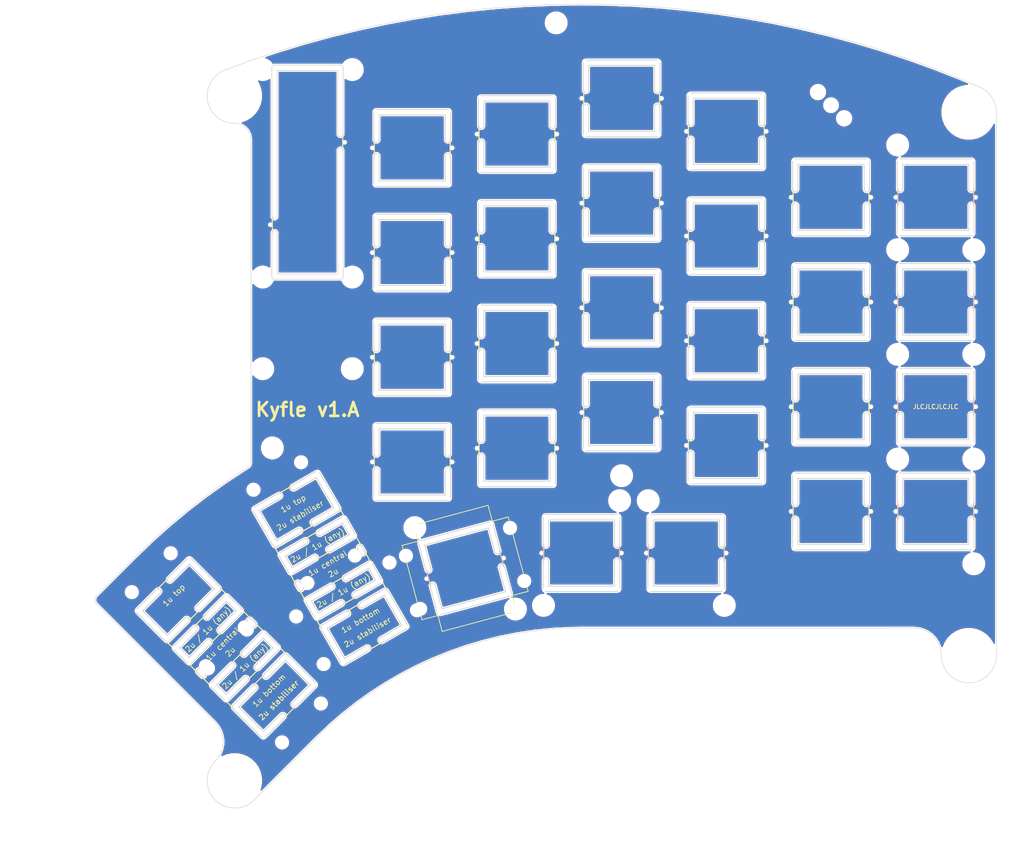
<source format=kicad_pcb>
(kicad_pcb (version 20171130) (host pcbnew 5.1.11-e4df9d881f~92~ubuntu20.04.1)
  (layers (0 F.Cu signal) (31 B.Cu signal) (34 B.Paste user hide) (35 F.Paste user hide) (36 B.SilkS user hide) (37 F.SilkS user) (38 B.Mask user hide) (39 F.Mask user hide) (44 Edge.Cuts user))
  (net 0 "")
  (module "Kyfle Footprints:Pimonori_Trackball" (layer F.Cu) (at 90.399165 128.632384 135)
    (fp_text reference REF** hide)
    (fp_text value Pimonori_Trackball)
    (pad "" np_thru_hole circle (at 9.8 5 135) (size 2.2 2.2) (drill 2.2) (layers *.Cu *.Mask))
    (pad "" np_thru_hole circle (at -9.8 5 135) (size 2.2 2.2) (drill 2.2) (layers *.Cu *.Mask))
    (pad "" np_thru_hole circle (at 9.8 -5 135) (size 2.2 2.2) (drill 2.2) (layers *.Cu *.Mask))
    (pad "" np_thru_hole circle (at -9.8 -5 135) (size 2.2 2.2) (drill 2.2) (layers *.Cu *.Mask))
  )
  (module "Kyfle Footprints:Pimonori_Trackball" (layer F.Cu) (at 103.869549 142.102768 315)
    (fp_text reference REF** hide)
    (fp_text value Pimonori_Trackball)
    (pad "" np_thru_hole circle (at 9.8 5 315) (size 2.2 2.2) (drill 2.2) (layers *.Cu *.Mask))
    (pad "" np_thru_hole circle (at -9.8 5 315) (size 2.2 2.2) (drill 2.2) (layers *.Cu *.Mask))
    (pad "" np_thru_hole circle (at 9.8 -5 315) (size 2.2 2.2) (drill 2.2) (layers *.Cu *.Mask))
    (pad "" np_thru_hole circle (at -9.8 -5 315) (size 2.2 2.2) (drill 2.2) (layers *.Cu *.Mask))
  )
  (module "Kyfle Footprints:Pimonori_Trackball" (layer F.Cu) (at 140.570866 120.913253 15)
    (fp_text reference REF** hide)
    (fp_text value Pimonori_Trackball)
    (pad "" np_thru_hole circle (at 9.8 5 15) (size 2.2 2.2) (drill 2.2) (layers *.Cu *.Mask))
    (pad "" np_thru_hole circle (at -9.8 5 15) (size 2.2 2.2) (drill 2.2) (layers *.Cu *.Mask))
    (pad "" np_thru_hole circle (at 9.8 -5 15) (size 2.2 2.2) (drill 2.2) (layers *.Cu *.Mask))
    (pad "" np_thru_hole circle (at -9.8 -5 15) (size 2.2 2.2) (drill 2.2) (layers *.Cu *.Mask))
  )
  (module "Kyfle Footprints:Pimonori_Trackball" (layer F.Cu) (at 111.300382 112.594317 300)
    (fp_text reference REF** hide)
    (fp_text value Pimonori_Trackball)
    (pad "" np_thru_hole circle (at 9.8 5 300) (size 2.2 2.2) (drill 2.2) (layers *.Cu *.Mask))
    (pad "" np_thru_hole circle (at -9.8 5 300) (size 2.2 2.2) (drill 2.2) (layers *.Cu *.Mask))
    (pad "" np_thru_hole circle (at 9.8 -5 300) (size 2.2 2.2) (drill 2.2) (layers *.Cu *.Mask))
    (pad "" np_thru_hole circle (at -9.8 -5 300) (size 2.2 2.2) (drill 2.2) (layers *.Cu *.Mask))
  )
  (module "Kyfle Footprints:Pimonori_Trackball" (layer F.Cu) (at 120.825382 129.092101 30)
    (fp_text reference REF** hide)
    (fp_text value Pimonori_Trackball)
    (pad "" np_thru_hole circle (at 9.8 5 30) (size 2.2 2.2) (drill 2.2) (layers *.Cu *.Mask))
    (pad "" np_thru_hole circle (at -9.8 5 30) (size 2.2 2.2) (drill 2.2) (layers *.Cu *.Mask))
    (pad "" np_thru_hole circle (at 9.8 -5 30) (size 2.2 2.2) (drill 2.2) (layers *.Cu *.Mask))
    (pad "" np_thru_hole circle (at -9.8 -5 30) (size 2.2 2.2) (drill 2.2) (layers *.Cu *.Mask))
  )
  (module "Kyfle Footprints:CherryMX_Kyfle_v1_TopPlate_2u_1u_Less_Routing" (layer F.Cu) (at 97.135413 135.364647 225)
    (fp_text reference SW2 hide)
    (fp_text value KEY_SWITCH hide)
    (fp_arc (start 1.499992 16.025) (end 1.499992 15.525) (angle -180) (layer Edge.Cuts) (width 0.15))
    (fp_arc (start -1.5 16.025) (end -1.5 16.525) (angle -180) (layer Edge.Cuts) (width 0.15))
    (fp_arc (start 1.5 -16.025) (end 1.5 -16.525) (angle -180) (layer Edge.Cuts) (width 0.15))
    (fp_arc (start -1.5 -16.025) (end -1.5 -15.525) (angle -180) (layer Edge.Cuts) (width 0.15))
    (fp_text user "1u bottom" (at 0 -11.000001 45) (layer F.SilkS))
    (fp_text user "2u stabiliser" (at 0 -13.500001 45) (layer F.SilkS))
    (fp_text user "1u top" (at 0 13.500001 45) (layer F.SilkS))
    (fp_text user "2u stabiliser" (at 0 -13.500001 45) (layer F.SilkS))
    (fp_text user "2u / 1u (any)" (at 0 4.725001 45) (layer F.SilkS))
    (fp_text user "2u / 1u (any)" (at 0 -4.775 45) (layer F.SilkS))
    (fp_text user "1u central" (at 0 0.975 45) (layer F.SilkS))
    (fp_text user 2u (at 0 -1.024999 45) (layer F.SilkS))
    (fp_arc (start 1.499992 8.70625) (end 1.499992 8.20625) (angle -180) (layer Edge.Cuts) (width 0.15))
    (fp_arc (start -1.500008 8.70625) (end -1.500008 9.20625) (angle -180) (layer Edge.Cuts) (width 0.15))
    (fp_arc (start 1.499992 -8.70625) (end 1.499992 -9.20625) (angle -180) (layer Edge.Cuts) (width 0.15))
    (fp_arc (start -1.500008 -8.70625) (end -1.500008 -8.20625) (angle -180) (layer Edge.Cuts) (width 0.15))
    (fp_arc (start 1.499992 -6.5) (end 1.499992 -7) (angle -180) (layer Edge.Cuts) (width 0.15))
    (fp_arc (start -1.500008 -6.5) (end -1.500008 -6) (angle -180) (layer Edge.Cuts) (width 0.15))
    (fp_arc (start 1.499992 -3.025) (end 1.499992 -3.525) (angle -180) (layer Edge.Cuts) (width 0.15))
    (fp_arc (start -1.500008 -3.025) (end -1.500008 -2.525) (angle -180) (layer Edge.Cuts) (width 0.15))
    (fp_arc (start -1.500008 6.5) (end -1.500008 7) (angle -180) (layer Edge.Cuts) (width 0.15))
    (fp_arc (start -1.500008 3.025) (end -1.500008 3.525) (angle -180) (layer Edge.Cuts) (width 0.15))
    (fp_arc (start 1.499992 3.025) (end 1.499992 2.525) (angle -180) (layer Edge.Cuts) (width 0.15))
    (fp_arc (start 1.499992 6.5) (end 1.499992 6) (angle -180) (layer Edge.Cuts) (width 0.15))
    (fp_arc (start 6.499992 -8.70625) (end 6.499992 -8.20625) (angle -89.9984396) (layer Edge.Cuts) (width 0.15))
    (fp_arc (start -6.500008 -8.70625) (end -7.000008 -8.70625) (angle -90) (layer Edge.Cuts) (width 0.15))
    (fp_arc (start 6.499992 8.70625) (end 6.999992 8.70625) (angle -90) (layer Edge.Cuts) (width 0.15))
    (fp_arc (start 6.5 -0.5) (end 7 -0.5) (angle -180) (layer Edge.Cuts) (width 0.15))
    (fp_arc (start 6.5 0.5) (end 6 0.5) (angle -180) (layer Edge.Cuts) (width 0.15))
    (fp_arc (start -6.500008 8.70625) (end -6.500008 8.20625) (angle -90.0015604) (layer Edge.Cuts) (width 0.15))
    (fp_arc (start -6.5 -0.5) (end -6 -0.5) (angle -180) (layer Edge.Cuts) (width 0.15))
    (fp_arc (start -6.5 0.5) (end -7 0.5) (angle -180) (layer Edge.Cuts) (width 0.15))
    (fp_arc (start 6.5 -6.5) (end 7 -6.5) (angle -90) (layer Edge.Cuts) (width 0.15))
    (fp_arc (start -6.5 -6.5) (end -6.5 -7) (angle -90) (layer Edge.Cuts) (width 0.15))
    (fp_arc (start -6.5 6.5) (end -7 6.5) (angle -90) (layer Edge.Cuts) (width 0.15))
    (fp_arc (start 6.5 6.5) (end 6.5 7) (angle -90) (layer Edge.Cuts) (width 0.15))
    (fp_arc (start 6.5 3.025) (end 7 3.025) (angle -90) (layer Edge.Cuts) (width 0.15))
    (fp_arc (start -6.5 3.025) (end -6.5 2.525) (angle -90) (layer Edge.Cuts) (width 0.15))
    (fp_arc (start -6.5 16.025) (end -7 16.025) (angle -90) (layer Edge.Cuts) (width 0.15))
    (fp_arc (start 6.5 16.025) (end 6.5 16.525) (angle -90) (layer Edge.Cuts) (width 0.15))
    (fp_arc (start 6.5 -16.025) (end 7 -16.025) (angle -90) (layer Edge.Cuts) (width 0.15))
    (fp_arc (start -6.5 -16.025) (end -6.5 -16.525) (angle -90) (layer Edge.Cuts) (width 0.15))
    (fp_arc (start -6.5 -3.025) (end -7 -3.025) (angle -90) (layer Edge.Cuts) (width 0.15))
    (fp_arc (start 6.5 -3.025) (end 6.5 -2.525) (angle -90) (layer Edge.Cuts) (width 0.15))
    (fp_line (start 5.999992 9.20625) (end 1.499992 9.20625) (layer Edge.Cuts) (width 0.15))
    (fp_line (start -1.500008 8.20625) (end -6.500008 8.20625) (layer Edge.Cuts) (width 0.15))
    (fp_line (start -1.500008 9.20625) (end -6.000008 9.20625) (layer Edge.Cuts) (width 0.15))
    (fp_line (start 6.499992 -8.20625) (end 1.499992 -8.20625) (layer Edge.Cuts) (width 0.15))
    (fp_line (start -1.500008 -9.20625) (end -6 -9.20625) (layer Edge.Cuts) (width 0.15))
    (fp_line (start 6 -9.20625) (end 1.499992 -9.20625) (layer Edge.Cuts) (width 0.15))
    (fp_line (start 6.499992 8.20625) (end 1.499992 8.20625) (layer Edge.Cuts) (width 0.15))
    (fp_line (start -1.500008 -8.20625) (end -6.500008 -8.20625) (layer Edge.Cuts) (width 0.15))
    (fp_line (start -6.5 -2.525) (end -1.500008 -2.525) (layer Edge.Cuts) (width 0.15))
    (fp_line (start -6 -3.525) (end -1.500008 -3.525) (layer Edge.Cuts) (width 0.15))
    (fp_line (start -1.500008 -6) (end -6 -6) (layer Edge.Cuts) (width 0.15))
    (fp_line (start -1.500008 -7) (end -6.5 -7) (layer Edge.Cuts) (width 0.15))
    (fp_line (start 1.499992 7) (end 6.5 7) (layer Edge.Cuts) (width 0.15))
    (fp_line (start 1.499992 6) (end 6 6) (layer Edge.Cuts) (width 0.15))
    (fp_line (start -6 6) (end -1.500008 6) (layer Edge.Cuts) (width 0.15))
    (fp_line (start 6 3.525) (end 1.499992 3.525) (layer Edge.Cuts) (width 0.15))
    (fp_line (start -1.500008 2.525) (end -6.5 2.525) (layer Edge.Cuts) (width 0.15))
    (fp_line (start -7 -6.5) (end -7 -3.025) (layer Edge.Cuts) (width 0.15))
    (fp_line (start -7 -16.025) (end -7.000008 -8.70625) (layer Edge.Cuts) (width 0.15))
    (fp_line (start 7 -16.025) (end 7 -8.70625) (layer Edge.Cuts) (width 0.15))
    (fp_line (start 7 -6.5) (end 7 -3.025) (layer Edge.Cuts) (width 0.15))
    (fp_line (start 7 0.5) (end 7 -0.5) (layer Edge.Cuts) (width 0.15))
    (fp_line (start 7 3.025) (end 7 6.5) (layer Edge.Cuts) (width 0.15))
    (fp_line (start 6.999992 8.70625) (end 7 16.025) (layer Edge.Cuts) (width 0.15))
    (fp_line (start -7.000008 8.706264) (end -7 16.025) (layer Edge.Cuts) (width 0.15))
    (fp_line (start -7 0.5) (end -7 -0.5) (layer Edge.Cuts) (width 0.15))
    (fp_line (start 6 0.5) (end 6 -0.5) (layer Edge.Cuts) (width 0.15))
    (fp_line (start -6 0.5) (end -6 -0.5) (layer Edge.Cuts) (width 0.15))
    (fp_line (start -6 6) (end -6 3.525) (layer Edge.Cuts) (width 0.15))
    (fp_line (start -6 -3.525) (end -6 -6) (layer Edge.Cuts) (width 0.15))
    (fp_line (start 6 -3.525) (end 6 -6) (layer Edge.Cuts) (width 0.15))
    (fp_line (start 6 6) (end 6 3.525) (layer Edge.Cuts) (width 0.15))
    (fp_line (start -6 -9.20625) (end -6 -15.525) (layer Edge.Cuts) (width 0.15))
    (fp_line (start -6 15.525) (end -6.000008 9.20625) (layer Edge.Cuts) (width 0.15))
    (fp_line (start 6 15.525) (end 5.999992 9.20625) (layer Edge.Cuts) (width 0.15))
    (fp_line (start 6 -9.20625) (end 6 -15.525) (layer Edge.Cuts) (width 0.15))
    (fp_line (start 1.5 15.525) (end 6 15.525) (layer Edge.Cuts) (width 0.15))
    (fp_line (start 1.499992 -3.525) (end 6 -3.525) (layer Edge.Cuts) (width 0.15))
    (fp_line (start -1.500008 3.525) (end -6 3.525) (layer Edge.Cuts) (width 0.15))
    (fp_line (start 6 -6) (end 1.499992 -6) (layer Edge.Cuts) (width 0.15))
    (fp_line (start 6 -15.525) (end 1.5 -15.525) (layer Edge.Cuts) (width 0.15))
    (fp_line (start -7 3.025) (end -7 6.5) (layer Edge.Cuts) (width 0.15))
    (fp_line (start 6.5 -7) (end 1.499992 -7) (layer Edge.Cuts) (width 0.15))
    (fp_line (start -6.5 7) (end -1.500008 7) (layer Edge.Cuts) (width 0.15))
    (fp_line (start 6.5 2.525) (end 1.499992 2.525) (layer Edge.Cuts) (width 0.15))
    (fp_line (start -6.5 16.525) (end -1.5 16.525) (layer Edge.Cuts) (width 0.15))
    (fp_line (start -1.5 -16.525) (end -6.5 -16.525) (layer Edge.Cuts) (width 0.15))
    (fp_line (start 1.499992 -2.525) (end 6.5 -2.525) (layer Edge.Cuts) (width 0.15))
    (fp_line (start 6.5 -16.525) (end 1.5 -16.525) (layer Edge.Cuts) (width 0.15))
    (fp_line (start -1.5 -15.525) (end -6 -15.525) (layer Edge.Cuts) (width 0.15))
    (fp_line (start -6 15.525) (end -1.5 15.525) (layer Edge.Cuts) (width 0.15))
    (fp_line (start 1.499992 16.525) (end 6.5 16.525) (layer Edge.Cuts) (width 0.15))
    (pad "" np_thru_hole circle (at -6.7 -2.825 225) (size 0.6 0.6) (drill 0.6) (layers *.Cu))
    (pad "" np_thru_hole circle (at -6.7 -6.7 225) (size 0.6 0.6) (drill 0.6) (layers *.Cu))
    (pad "" np_thru_hole circle (at 6.7 -6.7 225) (size 0.6 0.6) (drill 0.6) (layers *.Cu))
    (pad "" np_thru_hole circle (at 6.7 -2.825 225) (size 0.6 0.6) (drill 0.6) (layers *.Cu))
    (pad "" np_thru_hole circle (at 6.7 2.825 225) (size 0.6 0.6) (drill 0.6) (layers *.Cu))
    (pad "" np_thru_hole circle (at -6.7 2.825 225) (size 0.6 0.6) (drill 0.6) (layers *.Cu))
    (pad "" np_thru_hole circle (at -6.7 6.7 225) (size 0.6 0.6) (drill 0.6) (layers *.Cu))
    (pad "" np_thru_hole circle (at 6.7 6.7 225) (size 0.6 0.6) (drill 0.6) (layers *.Cu))
    (pad "" np_thru_hole circle (at -6.7 16.225 225) (size 0.6 0.6) (drill 0.6) (layers *.Cu))
    (pad "" np_thru_hole circle (at 6.7 16.225 225) (size 0.6 0.6) (drill 0.6) (layers *.Cu))
    (pad "" np_thru_hole circle (at 6.7 -16.225 225) (size 0.6 0.6) (drill 0.6) (layers *.Cu))
    (pad "" np_thru_hole circle (at -6.7 -16.225 225) (size 0.6 0.6) (drill 0.6) (layers *.Cu))
  )
  (module "Kyfle Footprints:CherryMX_Kyfle_v1_TopPlate_2u_1u_Less_Routing" (layer F.Cu) (at 116.057845 120.838155 210)
    (fp_text reference SW2 hide)
    (fp_text value KEY_SWITCH hide)
    (fp_arc (start 1.499992 16.025) (end 1.499992 15.525) (angle -180) (layer Edge.Cuts) (width 0.15))
    (fp_arc (start -1.5 16.025) (end -1.5 16.525) (angle -180) (layer Edge.Cuts) (width 0.15))
    (fp_arc (start 1.5 -16.025) (end 1.5 -16.525) (angle -180) (layer Edge.Cuts) (width 0.15))
    (fp_arc (start -1.5 -16.025) (end -1.5 -15.525) (angle -180) (layer Edge.Cuts) (width 0.15))
    (fp_text user "1u bottom" (at 0 -11 30) (layer F.SilkS))
    (fp_text user "2u stabiliser" (at 0 11 30) (layer F.SilkS))
    (fp_text user "1u top" (at 0 13.5 30) (layer F.SilkS))
    (fp_text user "2u stabiliser" (at 0 -13.5 30) (layer F.SilkS))
    (fp_text user "2u / 1u (any)" (at 0 4.725 30) (layer F.SilkS))
    (fp_text user "2u / 1u (any)" (at 0 -4.775 30) (layer F.SilkS))
    (fp_text user "1u central" (at 0 0.975 30) (layer F.SilkS))
    (fp_text user 2u (at 0 -1.025 30) (layer F.SilkS))
    (fp_arc (start 1.499992 8.70625) (end 1.499992 8.20625) (angle -180) (layer Edge.Cuts) (width 0.15))
    (fp_arc (start -1.500008 8.70625) (end -1.500008 9.20625) (angle -180) (layer Edge.Cuts) (width 0.15))
    (fp_arc (start 1.499992 -8.70625) (end 1.499992 -9.20625) (angle -180) (layer Edge.Cuts) (width 0.15))
    (fp_arc (start -1.500008 -8.70625) (end -1.500008 -8.20625) (angle -180) (layer Edge.Cuts) (width 0.15))
    (fp_arc (start 1.499992 -6.5) (end 1.499992 -7) (angle -180) (layer Edge.Cuts) (width 0.15))
    (fp_arc (start -1.500008 -6.5) (end -1.500008 -6) (angle -180) (layer Edge.Cuts) (width 0.15))
    (fp_arc (start 1.499992 -3.025) (end 1.499992 -3.525) (angle -180) (layer Edge.Cuts) (width 0.15))
    (fp_arc (start -1.500008 -3.025) (end -1.500008 -2.525) (angle -180) (layer Edge.Cuts) (width 0.15))
    (fp_arc (start -1.500008 6.5) (end -1.500008 7) (angle -180) (layer Edge.Cuts) (width 0.15))
    (fp_arc (start -1.500008 3.025) (end -1.500008 3.525) (angle -180) (layer Edge.Cuts) (width 0.15))
    (fp_arc (start 1.499992 3.025) (end 1.499992 2.525) (angle -180) (layer Edge.Cuts) (width 0.15))
    (fp_arc (start 1.499992 6.5) (end 1.499992 6) (angle -180) (layer Edge.Cuts) (width 0.15))
    (fp_arc (start 6.499992 -8.70625) (end 6.499992 -8.20625) (angle -89.9984396) (layer Edge.Cuts) (width 0.15))
    (fp_arc (start -6.500008 -8.70625) (end -7.000008 -8.70625) (angle -90) (layer Edge.Cuts) (width 0.15))
    (fp_arc (start 6.499992 8.70625) (end 6.999992 8.70625) (angle -90) (layer Edge.Cuts) (width 0.15))
    (fp_arc (start 6.5 -0.5) (end 7 -0.5) (angle -180) (layer Edge.Cuts) (width 0.15))
    (fp_arc (start 6.5 0.5) (end 6 0.5) (angle -180) (layer Edge.Cuts) (width 0.15))
    (fp_arc (start -6.500008 8.70625) (end -6.500008 8.20625) (angle -90.0015604) (layer Edge.Cuts) (width 0.15))
    (fp_arc (start -6.5 -0.5) (end -6 -0.5) (angle -180) (layer Edge.Cuts) (width 0.15))
    (fp_arc (start -6.5 0.5) (end -7 0.5) (angle -180) (layer Edge.Cuts) (width 0.15))
    (fp_arc (start 6.5 -6.5) (end 7 -6.5) (angle -90) (layer Edge.Cuts) (width 0.15))
    (fp_arc (start -6.5 -6.5) (end -6.5 -7) (angle -90) (layer Edge.Cuts) (width 0.15))
    (fp_arc (start -6.5 6.5) (end -7 6.5) (angle -90) (layer Edge.Cuts) (width 0.15))
    (fp_arc (start 6.5 6.5) (end 6.5 7) (angle -90) (layer Edge.Cuts) (width 0.15))
    (fp_arc (start 6.5 3.025) (end 7 3.025) (angle -90) (layer Edge.Cuts) (width 0.15))
    (fp_arc (start -6.5 3.025) (end -6.5 2.525) (angle -90) (layer Edge.Cuts) (width 0.15))
    (fp_arc (start -6.5 16.025) (end -7 16.025) (angle -90) (layer Edge.Cuts) (width 0.15))
    (fp_arc (start 6.5 16.025) (end 6.5 16.525) (angle -90) (layer Edge.Cuts) (width 0.15))
    (fp_arc (start 6.5 -16.025) (end 7 -16.025) (angle -90) (layer Edge.Cuts) (width 0.15))
    (fp_arc (start -6.5 -16.025) (end -6.5 -16.525) (angle -90) (layer Edge.Cuts) (width 0.15))
    (fp_arc (start -6.5 -3.025) (end -7 -3.025) (angle -90) (layer Edge.Cuts) (width 0.15))
    (fp_arc (start 6.5 -3.025) (end 6.5 -2.525) (angle -90) (layer Edge.Cuts) (width 0.15))
    (fp_line (start 5.999992 9.20625) (end 1.499992 9.20625) (layer Edge.Cuts) (width 0.15))
    (fp_line (start -1.500008 8.20625) (end -6.500008 8.20625) (layer Edge.Cuts) (width 0.15))
    (fp_line (start -1.500008 9.20625) (end -6.000008 9.20625) (layer Edge.Cuts) (width 0.15))
    (fp_line (start 6.499992 -8.20625) (end 1.499992 -8.20625) (layer Edge.Cuts) (width 0.15))
    (fp_line (start -1.500008 -9.20625) (end -6 -9.20625) (layer Edge.Cuts) (width 0.15))
    (fp_line (start 6 -9.20625) (end 1.499992 -9.20625) (layer Edge.Cuts) (width 0.15))
    (fp_line (start 6.499992 8.20625) (end 1.499992 8.20625) (layer Edge.Cuts) (width 0.15))
    (fp_line (start -1.500008 -8.20625) (end -6.500008 -8.20625) (layer Edge.Cuts) (width 0.15))
    (fp_line (start -6.5 -2.525) (end -1.500008 -2.525) (layer Edge.Cuts) (width 0.15))
    (fp_line (start -6 -3.525) (end -1.500008 -3.525) (layer Edge.Cuts) (width 0.15))
    (fp_line (start -1.500008 -6) (end -6 -6) (layer Edge.Cuts) (width 0.15))
    (fp_line (start -1.500008 -7) (end -6.5 -7) (layer Edge.Cuts) (width 0.15))
    (fp_line (start 1.499992 7) (end 6.5 7) (layer Edge.Cuts) (width 0.15))
    (fp_line (start 1.499992 6) (end 6 6) (layer Edge.Cuts) (width 0.15))
    (fp_line (start -6 6) (end -1.500008 6) (layer Edge.Cuts) (width 0.15))
    (fp_line (start 6 3.525) (end 1.499992 3.525) (layer Edge.Cuts) (width 0.15))
    (fp_line (start -1.500008 2.525) (end -6.5 2.525) (layer Edge.Cuts) (width 0.15))
    (fp_line (start -7 -6.5) (end -7 -3.025) (layer Edge.Cuts) (width 0.15))
    (fp_line (start -7 -16.025) (end -7.000008 -8.70625) (layer Edge.Cuts) (width 0.15))
    (fp_line (start 7 -16.025) (end 7 -8.70625) (layer Edge.Cuts) (width 0.15))
    (fp_line (start 7 -6.5) (end 7 -3.025) (layer Edge.Cuts) (width 0.15))
    (fp_line (start 7 0.5) (end 7 -0.5) (layer Edge.Cuts) (width 0.15))
    (fp_line (start 7 3.025) (end 7 6.5) (layer Edge.Cuts) (width 0.15))
    (fp_line (start 6.999992 8.70625) (end 7 16.025) (layer Edge.Cuts) (width 0.15))
    (fp_line (start -7.000008 8.706264) (end -7 16.025) (layer Edge.Cuts) (width 0.15))
    (fp_line (start -7 0.5) (end -7 -0.5) (layer Edge.Cuts) (width 0.15))
    (fp_line (start 6 0.5) (end 6 -0.5) (layer Edge.Cuts) (width 0.15))
    (fp_line (start -6 0.5) (end -6 -0.5) (layer Edge.Cuts) (width 0.15))
    (fp_line (start -6 6) (end -6 3.525) (layer Edge.Cuts) (width 0.15))
    (fp_line (start -6 -3.525) (end -6 -6) (layer Edge.Cuts) (width 0.15))
    (fp_line (start 6 -3.525) (end 6 -6) (layer Edge.Cuts) (width 0.15))
    (fp_line (start 6 6) (end 6 3.525) (layer Edge.Cuts) (width 0.15))
    (fp_line (start -6 -9.20625) (end -6 -15.525) (layer Edge.Cuts) (width 0.15))
    (fp_line (start -6 15.525) (end -6.000008 9.20625) (layer Edge.Cuts) (width 0.15))
    (fp_line (start 6 15.525) (end 5.999992 9.20625) (layer Edge.Cuts) (width 0.15))
    (fp_line (start 6 -9.20625) (end 6 -15.525) (layer Edge.Cuts) (width 0.15))
    (fp_line (start 1.5 15.525) (end 6 15.525) (layer Edge.Cuts) (width 0.15))
    (fp_line (start 1.499992 -3.525) (end 6 -3.525) (layer Edge.Cuts) (width 0.15))
    (fp_line (start -1.500008 3.525) (end -6 3.525) (layer Edge.Cuts) (width 0.15))
    (fp_line (start 6 -6) (end 1.499992 -6) (layer Edge.Cuts) (width 0.15))
    (fp_line (start 6 -15.525) (end 1.5 -15.525) (layer Edge.Cuts) (width 0.15))
    (fp_line (start -7 3.025) (end -7 6.5) (layer Edge.Cuts) (width 0.15))
    (fp_line (start 6.5 -7) (end 1.499992 -7) (layer Edge.Cuts) (width 0.15))
    (fp_line (start -6.5 7) (end -1.500008 7) (layer Edge.Cuts) (width 0.15))
    (fp_line (start 6.5 2.525) (end 1.499992 2.525) (layer Edge.Cuts) (width 0.15))
    (fp_line (start -6.5 16.525) (end -1.5 16.525) (layer Edge.Cuts) (width 0.15))
    (fp_line (start -1.5 -16.525) (end -6.5 -16.525) (layer Edge.Cuts) (width 0.15))
    (fp_line (start 1.499992 -2.525) (end 6.5 -2.525) (layer Edge.Cuts) (width 0.15))
    (fp_line (start 6.5 -16.525) (end 1.5 -16.525) (layer Edge.Cuts) (width 0.15))
    (fp_line (start -1.5 -15.525) (end -6 -15.525) (layer Edge.Cuts) (width 0.15))
    (fp_line (start -6 15.525) (end -1.5 15.525) (layer Edge.Cuts) (width 0.15))
    (fp_line (start 1.499992 16.525) (end 6.5 16.525) (layer Edge.Cuts) (width 0.15))
    (pad "" np_thru_hole circle (at -6.7 -2.825 210) (size 0.6 0.6) (drill 0.6) (layers *.Cu))
    (pad "" np_thru_hole circle (at -6.7 -6.7 210) (size 0.6 0.6) (drill 0.6) (layers *.Cu))
    (pad "" np_thru_hole circle (at 6.7 -6.7 210) (size 0.6 0.6) (drill 0.6) (layers *.Cu))
    (pad "" np_thru_hole circle (at 6.7 -2.825 210) (size 0.6 0.6) (drill 0.6) (layers *.Cu))
    (pad "" np_thru_hole circle (at 6.7 2.825 210) (size 0.6 0.6) (drill 0.6) (layers *.Cu))
    (pad "" np_thru_hole circle (at -6.7 2.825 210) (size 0.6 0.6) (drill 0.6) (layers *.Cu))
    (pad "" np_thru_hole circle (at -6.7 6.7 210) (size 0.6 0.6) (drill 0.6) (layers *.Cu))
    (pad "" np_thru_hole circle (at 6.7 6.7 210) (size 0.6 0.6) (drill 0.6) (layers *.Cu))
    (pad "" np_thru_hole circle (at -6.7 16.225 210) (size 0.6 0.6) (drill 0.6) (layers *.Cu))
    (pad "" np_thru_hole circle (at 6.7 16.225 210) (size 0.6 0.6) (drill 0.6) (layers *.Cu))
    (pad "" np_thru_hole circle (at 6.7 -16.225 210) (size 0.6 0.6) (drill 0.6) (layers *.Cu))
    (pad "" np_thru_hole circle (at -6.7 -16.225 210) (size 0.6 0.6) (drill 0.6) (layers *.Cu))
  )
  (module "Kyfle Footprints:RollerEncoder_TopPlate" (layer F.Cu) (at 140.570866 120.913253 285)
    (fp_text reference REF**)
    (fp_text value RollerEncoder_Panasonic_EVQWGD001)
  )
  (module "Kyfle Footprints:CherryMX_Kyfle_v1_TopPlate_1u_Drilled_Less_Routing" (layer F.Cu) (at 180.81 118.12)
    (fp_text reference SW2 hide)
    (fp_text value KEY_SWITCH hide)
    (fp_line (start 6.5 -7) (end -6.5 -7) (layer Edge.Cuts) (width 0.15))
    (fp_line (start 6 -1.5) (end 6 -6) (layer Edge.Cuts) (width 0.15))
    (fp_line (start -7 -6.5) (end -7 -1.5) (layer Edge.Cuts) (width 0.15))
    (fp_line (start 6 -6) (end -6 -6) (layer Edge.Cuts) (width 0.15))
    (fp_line (start 7 -1.5) (end 7 -6.5) (layer Edge.Cuts) (width 0.15))
    (fp_line (start -6 6) (end 6 6) (layer Edge.Cuts) (width 0.15))
    (fp_line (start -6.5 7) (end 6.5 7) (layer Edge.Cuts) (width 0.15))
    (fp_line (start -6 1.5) (end -6 6) (layer Edge.Cuts) (width 0.15))
    (fp_line (start -7 1.5) (end -7 6.5) (layer Edge.Cuts) (width 0.15))
    (fp_line (start 6 6) (end 6 1.5) (layer Edge.Cuts) (width 0.15))
    (fp_line (start 7 6.5) (end 7 1.5) (layer Edge.Cuts) (width 0.15))
    (fp_line (start -6 -6) (end -6 -1.5) (layer Edge.Cuts) (width 0.15))
    (fp_arc (start 6.5 6.5) (end 6.5 7) (angle -90) (layer Edge.Cuts) (width 0.15))
    (fp_arc (start -6.5 6.5) (end -7 6.5) (angle -90) (layer Edge.Cuts) (width 0.15))
    (fp_arc (start 6.5 1.5) (end 7 1.5) (angle -180) (layer Edge.Cuts) (width 0.15))
    (fp_arc (start -6.5 -6.5) (end -6.5 -7) (angle -90) (layer Edge.Cuts) (width 0.15))
    (fp_arc (start 6.5 -1.5) (end 6 -1.5) (angle -180) (layer Edge.Cuts) (width 0.15))
    (fp_arc (start -6.5 1.5) (end -6 1.5) (angle -180) (layer Edge.Cuts) (width 0.15))
    (fp_arc (start -6.5 -1.5) (end -7 -1.5) (angle -180) (layer Edge.Cuts) (width 0.15))
    (fp_arc (start 6.5 -6.5) (end 7 -6.5) (angle -90) (layer Edge.Cuts) (width 0.15))
    (pad "" np_thru_hole circle (at -7.25 0 90) (size 0.5 0.5) (drill 0.5) (layers *.Cu *.Mask))
    (pad "" np_thru_hole circle (at 7.25 0 90) (size 0.5 0.5) (drill 0.5) (layers *.Cu *.Mask))
    (pad "" np_thru_hole circle (at -6.92375 -9.525) (size 2 2) (drill 2) (layers *.Cu *.Mask) (clearance 1.1))
    (pad "" np_thru_hole circle (at 6.92375 9.525) (size 2 2) (drill 2) (layers *.Cu *.Mask) (clearance 1.1))
    (pad "" np_thru_hole circle (at -6.7 6.7) (size 0.6 0.6) (drill 0.6) (layers *.Cu))
    (pad "" np_thru_hole circle (at 6.7 -6.7) (size 0.6 0.6) (drill 0.6) (layers *.Cu))
    (pad "" np_thru_hole circle (at 6.7 6.7) (size 0.6 0.6) (drill 0.6) (layers *.Cu))
    (pad "" np_thru_hole circle (at -6.7 -6.7) (size 0.6 0.6) (drill 0.6) (layers *.Cu))
  )
  (module "Kyfle Footprints:CherryMX_Kyfle_v1_TopPlate_1u_Drilled_Less_Routing" (layer B.Cu) (at 161.76 118.12)
    (fp_text reference SW2 hide)
    (fp_text value KEY_SWITCH hide)
    (fp_line (start 6.5 7) (end -6.5 7) (layer Edge.Cuts) (width 0.15))
    (fp_line (start 6 1.5) (end 6 6) (layer Edge.Cuts) (width 0.15))
    (fp_line (start -7 6.5) (end -7 1.5) (layer Edge.Cuts) (width 0.15))
    (fp_line (start 6 6) (end -6 6) (layer Edge.Cuts) (width 0.15))
    (fp_line (start 7 1.5) (end 7 6.5) (layer Edge.Cuts) (width 0.15))
    (fp_line (start -6 -6) (end 6 -6) (layer Edge.Cuts) (width 0.15))
    (fp_line (start -6.5 -7) (end 6.5 -7) (layer Edge.Cuts) (width 0.15))
    (fp_line (start -6 -1.5) (end -6 -6) (layer Edge.Cuts) (width 0.15))
    (fp_line (start -7 -1.5) (end -7 -6.5) (layer Edge.Cuts) (width 0.15))
    (fp_line (start 6 -6) (end 6 -1.5) (layer Edge.Cuts) (width 0.15))
    (fp_line (start 7 -6.5) (end 7 -1.5) (layer Edge.Cuts) (width 0.15))
    (fp_line (start -6 6) (end -6 1.5) (layer Edge.Cuts) (width 0.15))
    (fp_arc (start 6.5 -6.5) (end 6.5 -7) (angle 90) (layer Edge.Cuts) (width 0.15))
    (fp_arc (start -6.5 -6.5) (end -7 -6.5) (angle 90) (layer Edge.Cuts) (width 0.15))
    (fp_arc (start 6.5 -1.5) (end 7 -1.5) (angle 180) (layer Edge.Cuts) (width 0.15))
    (fp_arc (start -6.5 6.5) (end -6.5 7) (angle 90) (layer Edge.Cuts) (width 0.15))
    (fp_arc (start 6.5 1.5) (end 6 1.5) (angle 180) (layer Edge.Cuts) (width 0.15))
    (fp_arc (start -6.5 -1.5) (end -6 -1.5) (angle 180) (layer Edge.Cuts) (width 0.15))
    (fp_arc (start -6.5 1.5) (end -7 1.5) (angle 180) (layer Edge.Cuts) (width 0.15))
    (fp_arc (start 6.5 6.5) (end 7 6.5) (angle 90) (layer Edge.Cuts) (width 0.15))
    (pad "" np_thru_hole circle (at -7.25 0 270) (size 0.5 0.5) (drill 0.5) (layers *.Cu *.Mask))
    (pad "" np_thru_hole circle (at 7.25 0 270) (size 0.5 0.5) (drill 0.5) (layers *.Cu *.Mask))
    (pad "" np_thru_hole circle (at -6.92375 9.525) (size 2 2) (drill 2) (layers *.Cu *.Mask) (clearance 1.1))
    (pad "" np_thru_hole circle (at 6.92375 -9.525) (size 2 2) (drill 2) (layers *.Cu *.Mask) (clearance 1.1))
    (pad "" np_thru_hole circle (at -6.7 -6.7) (size 0.6 0.6) (drill 0.6) (layers *.Cu))
    (pad "" np_thru_hole circle (at 6.7 6.7) (size 0.6 0.6) (drill 0.6) (layers *.Cu))
    (pad "" np_thru_hole circle (at 6.7 -6.7) (size 0.6 0.6) (drill 0.6) (layers *.Cu))
    (pad "" np_thru_hole circle (at -6.7 6.7) (size 0.6 0.6) (drill 0.6) (layers *.Cu))
  )
  (module "Kyfle Footprints:CherryMX_Kyfle_v1_TopPlate_1u_Drilled_Less_Routing" (layer F.Cu) (at 140.575 120.91 15)
    (fp_text reference SW2 hide)
    (fp_text value KEY_SWITCH hide)
    (fp_line (start 6.5 -7) (end -6.5 -7) (layer Edge.Cuts) (width 0.15))
    (fp_line (start 6 -1.5) (end 6 -6) (layer Edge.Cuts) (width 0.15))
    (fp_line (start -7 -6.5) (end -7 -1.5) (layer Edge.Cuts) (width 0.15))
    (fp_line (start 6 -6) (end -6 -6) (layer Edge.Cuts) (width 0.15))
    (fp_line (start 7 -1.5) (end 7 -6.5) (layer Edge.Cuts) (width 0.15))
    (fp_line (start -6 6) (end 6 6) (layer Edge.Cuts) (width 0.15))
    (fp_line (start -6.5 7) (end 6.5 7) (layer Edge.Cuts) (width 0.15))
    (fp_line (start -6 1.5) (end -6 6) (layer Edge.Cuts) (width 0.15))
    (fp_line (start -7 1.5) (end -7 6.5) (layer Edge.Cuts) (width 0.15))
    (fp_line (start 6 6) (end 6 1.5) (layer Edge.Cuts) (width 0.15))
    (fp_line (start 7 6.5) (end 7 1.5) (layer Edge.Cuts) (width 0.15))
    (fp_line (start -6 -6) (end -6 -1.5) (layer Edge.Cuts) (width 0.15))
    (fp_arc (start 6.5 6.5) (end 6.5 7) (angle -90) (layer Edge.Cuts) (width 0.15))
    (fp_arc (start -6.5 6.5) (end -7 6.5) (angle -90) (layer Edge.Cuts) (width 0.15))
    (fp_arc (start 6.5 1.5) (end 7 1.5) (angle -180) (layer Edge.Cuts) (width 0.15))
    (fp_arc (start -6.5 -6.5) (end -6.5 -7) (angle -90) (layer Edge.Cuts) (width 0.15))
    (fp_arc (start 6.5 -1.5) (end 6 -1.5) (angle -180) (layer Edge.Cuts) (width 0.15))
    (fp_arc (start -6.5 1.5) (end -6 1.5) (angle -180) (layer Edge.Cuts) (width 0.15))
    (fp_arc (start -6.5 -1.5) (end -7 -1.5) (angle -180) (layer Edge.Cuts) (width 0.15))
    (fp_arc (start 6.5 -6.5) (end 7 -6.5) (angle -90) (layer Edge.Cuts) (width 0.15))
    (pad "" np_thru_hole circle (at -7.25 0 105) (size 0.5 0.5) (drill 0.5) (layers *.Cu *.Mask))
    (pad "" np_thru_hole circle (at 7.25 0 105) (size 0.5 0.5) (drill 0.5) (layers *.Cu *.Mask))
    (pad "" np_thru_hole circle (at -6.92375 -9.525 15) (size 2 2) (drill 2) (layers *.Cu *.Mask) (clearance 1.1))
    (pad "" np_thru_hole circle (at 6.92375 9.525 15) (size 2 2) (drill 2) (layers *.Cu *.Mask) (clearance 1.1))
    (pad "" np_thru_hole circle (at -6.7 6.7 15) (size 0.6 0.6) (drill 0.6) (layers *.Cu))
    (pad "" np_thru_hole circle (at 6.7 -6.7 15) (size 0.6 0.6) (drill 0.6) (layers *.Cu))
    (pad "" np_thru_hole circle (at 6.7 6.7 15) (size 0.6 0.6) (drill 0.6) (layers *.Cu))
    (pad "" np_thru_hole circle (at -6.7 -6.7 15) (size 0.6 0.6) (drill 0.6) (layers *.Cu))
  )
  (module "Kyfle Footprints:CherryMX_Kyfle_v1_TopPlate_1u_Drilled_Less_Routing" (layer F.Cu) (at 226.2 110.55)
    (fp_text reference SW2 hide)
    (fp_text value KEY_SWITCH hide)
    (fp_line (start 6.5 -7) (end -6.5 -7) (layer Edge.Cuts) (width 0.15))
    (fp_line (start 6 -1.5) (end 6 -6) (layer Edge.Cuts) (width 0.15))
    (fp_line (start -7 -6.5) (end -7 -1.5) (layer Edge.Cuts) (width 0.15))
    (fp_line (start 6 -6) (end -6 -6) (layer Edge.Cuts) (width 0.15))
    (fp_line (start 7 -1.5) (end 7 -6.5) (layer Edge.Cuts) (width 0.15))
    (fp_line (start -6 6) (end 6 6) (layer Edge.Cuts) (width 0.15))
    (fp_line (start -6.5 7) (end 6.5 7) (layer Edge.Cuts) (width 0.15))
    (fp_line (start -6 1.5) (end -6 6) (layer Edge.Cuts) (width 0.15))
    (fp_line (start -7 1.5) (end -7 6.5) (layer Edge.Cuts) (width 0.15))
    (fp_line (start 6 6) (end 6 1.5) (layer Edge.Cuts) (width 0.15))
    (fp_line (start 7 6.5) (end 7 1.5) (layer Edge.Cuts) (width 0.15))
    (fp_line (start -6 -6) (end -6 -1.5) (layer Edge.Cuts) (width 0.15))
    (fp_arc (start 6.5 6.5) (end 6.5 7) (angle -90) (layer Edge.Cuts) (width 0.15))
    (fp_arc (start -6.5 6.5) (end -7 6.5) (angle -90) (layer Edge.Cuts) (width 0.15))
    (fp_arc (start 6.5 1.5) (end 7 1.5) (angle -180) (layer Edge.Cuts) (width 0.15))
    (fp_arc (start -6.5 -6.5) (end -6.5 -7) (angle -90) (layer Edge.Cuts) (width 0.15))
    (fp_arc (start 6.5 -1.5) (end 6 -1.5) (angle -180) (layer Edge.Cuts) (width 0.15))
    (fp_arc (start -6.5 1.5) (end -6 1.5) (angle -180) (layer Edge.Cuts) (width 0.15))
    (fp_arc (start -6.5 -1.5) (end -7 -1.5) (angle -180) (layer Edge.Cuts) (width 0.15))
    (fp_arc (start 6.5 -6.5) (end 7 -6.5) (angle -90) (layer Edge.Cuts) (width 0.15))
    (pad "" np_thru_hole circle (at -7.25 0 90) (size 0.5 0.5) (drill 0.5) (layers *.Cu *.Mask))
    (pad "" np_thru_hole circle (at 7.25 0 90) (size 0.5 0.5) (drill 0.5) (layers *.Cu *.Mask))
    (pad "" np_thru_hole circle (at -6.92375 -9.525) (size 2 2) (drill 2) (layers *.Cu *.Mask) (clearance 1.1))
    (pad "" np_thru_hole circle (at 6.92375 9.525) (size 2 2) (drill 2) (layers *.Cu *.Mask) (clearance 1.1))
    (pad "" np_thru_hole circle (at -6.7 6.7) (size 0.6 0.6) (drill 0.6) (layers *.Cu))
    (pad "" np_thru_hole circle (at 6.7 -6.7) (size 0.6 0.6) (drill 0.6) (layers *.Cu))
    (pad "" np_thru_hole circle (at 6.7 6.7) (size 0.6 0.6) (drill 0.6) (layers *.Cu))
    (pad "" np_thru_hole circle (at -6.7 -6.7) (size 0.6 0.6) (drill 0.6) (layers *.Cu))
  )
  (module "Kyfle Footprints:CherryMX_Kyfle_v1_TopPlate_1u_Drilled_Less_Routing" (layer F.Cu) (at 226.2 91.5)
    (fp_text reference SW2 hide)
    (fp_text value KEY_SWITCH hide)
    (fp_line (start 6.5 -7) (end -6.5 -7) (layer Edge.Cuts) (width 0.15))
    (fp_line (start 6 -1.5) (end 6 -6) (layer Edge.Cuts) (width 0.15))
    (fp_line (start -7 -6.5) (end -7 -1.5) (layer Edge.Cuts) (width 0.15))
    (fp_line (start 6 -6) (end -6 -6) (layer Edge.Cuts) (width 0.15))
    (fp_line (start 7 -1.5) (end 7 -6.5) (layer Edge.Cuts) (width 0.15))
    (fp_line (start -6 6) (end 6 6) (layer Edge.Cuts) (width 0.15))
    (fp_line (start -6.5 7) (end 6.5 7) (layer Edge.Cuts) (width 0.15))
    (fp_line (start -6 1.5) (end -6 6) (layer Edge.Cuts) (width 0.15))
    (fp_line (start -7 1.5) (end -7 6.5) (layer Edge.Cuts) (width 0.15))
    (fp_line (start 6 6) (end 6 1.5) (layer Edge.Cuts) (width 0.15))
    (fp_line (start 7 6.5) (end 7 1.5) (layer Edge.Cuts) (width 0.15))
    (fp_line (start -6 -6) (end -6 -1.5) (layer Edge.Cuts) (width 0.15))
    (fp_arc (start 6.5 6.5) (end 6.5 7) (angle -90) (layer Edge.Cuts) (width 0.15))
    (fp_arc (start -6.5 6.5) (end -7 6.5) (angle -90) (layer Edge.Cuts) (width 0.15))
    (fp_arc (start 6.5 1.5) (end 7 1.5) (angle -180) (layer Edge.Cuts) (width 0.15))
    (fp_arc (start -6.5 -6.5) (end -6.5 -7) (angle -90) (layer Edge.Cuts) (width 0.15))
    (fp_arc (start 6.5 -1.5) (end 6 -1.5) (angle -180) (layer Edge.Cuts) (width 0.15))
    (fp_arc (start -6.5 1.5) (end -6 1.5) (angle -180) (layer Edge.Cuts) (width 0.15))
    (fp_arc (start -6.5 -1.5) (end -7 -1.5) (angle -180) (layer Edge.Cuts) (width 0.15))
    (fp_arc (start 6.5 -6.5) (end 7 -6.5) (angle -90) (layer Edge.Cuts) (width 0.15))
    (pad "" np_thru_hole circle (at -7.25 0 90) (size 0.5 0.5) (drill 0.5) (layers *.Cu *.Mask))
    (pad "" np_thru_hole circle (at 7.25 0 90) (size 0.5 0.5) (drill 0.5) (layers *.Cu *.Mask))
    (pad "" np_thru_hole circle (at -6.92375 -9.525) (size 2 2) (drill 2) (layers *.Cu *.Mask) (clearance 1.1))
    (pad "" np_thru_hole circle (at 6.92375 9.525) (size 2 2) (drill 2) (layers *.Cu *.Mask) (clearance 1.1))
    (pad "" np_thru_hole circle (at -6.7 6.7) (size 0.6 0.6) (drill 0.6) (layers *.Cu))
    (pad "" np_thru_hole circle (at 6.7 -6.7) (size 0.6 0.6) (drill 0.6) (layers *.Cu))
    (pad "" np_thru_hole circle (at 6.7 6.7) (size 0.6 0.6) (drill 0.6) (layers *.Cu))
    (pad "" np_thru_hole circle (at -6.7 -6.7) (size 0.6 0.6) (drill 0.6) (layers *.Cu))
  )
  (module "Kyfle Footprints:CherryMX_Kyfle_v1_TopPlate_1u_Drilled_Less_Routing" (layer F.Cu) (at 226.2 72.45)
    (fp_text reference SW2 hide)
    (fp_text value KEY_SWITCH hide)
    (fp_line (start 6.5 -7) (end -6.5 -7) (layer Edge.Cuts) (width 0.15))
    (fp_line (start 6 -1.5) (end 6 -6) (layer Edge.Cuts) (width 0.15))
    (fp_line (start -7 -6.5) (end -7 -1.5) (layer Edge.Cuts) (width 0.15))
    (fp_line (start 6 -6) (end -6 -6) (layer Edge.Cuts) (width 0.15))
    (fp_line (start 7 -1.5) (end 7 -6.5) (layer Edge.Cuts) (width 0.15))
    (fp_line (start -6 6) (end 6 6) (layer Edge.Cuts) (width 0.15))
    (fp_line (start -6.5 7) (end 6.5 7) (layer Edge.Cuts) (width 0.15))
    (fp_line (start -6 1.5) (end -6 6) (layer Edge.Cuts) (width 0.15))
    (fp_line (start -7 1.5) (end -7 6.5) (layer Edge.Cuts) (width 0.15))
    (fp_line (start 6 6) (end 6 1.5) (layer Edge.Cuts) (width 0.15))
    (fp_line (start 7 6.5) (end 7 1.5) (layer Edge.Cuts) (width 0.15))
    (fp_line (start -6 -6) (end -6 -1.5) (layer Edge.Cuts) (width 0.15))
    (fp_arc (start 6.5 6.5) (end 6.5 7) (angle -90) (layer Edge.Cuts) (width 0.15))
    (fp_arc (start -6.5 6.5) (end -7 6.5) (angle -90) (layer Edge.Cuts) (width 0.15))
    (fp_arc (start 6.5 1.5) (end 7 1.5) (angle -180) (layer Edge.Cuts) (width 0.15))
    (fp_arc (start -6.5 -6.5) (end -6.5 -7) (angle -90) (layer Edge.Cuts) (width 0.15))
    (fp_arc (start 6.5 -1.5) (end 6 -1.5) (angle -180) (layer Edge.Cuts) (width 0.15))
    (fp_arc (start -6.5 1.5) (end -6 1.5) (angle -180) (layer Edge.Cuts) (width 0.15))
    (fp_arc (start -6.5 -1.5) (end -7 -1.5) (angle -180) (layer Edge.Cuts) (width 0.15))
    (fp_arc (start 6.5 -6.5) (end 7 -6.5) (angle -90) (layer Edge.Cuts) (width 0.15))
    (pad "" np_thru_hole circle (at -7.25 0 90) (size 0.5 0.5) (drill 0.5) (layers *.Cu *.Mask))
    (pad "" np_thru_hole circle (at 7.25 0 90) (size 0.5 0.5) (drill 0.5) (layers *.Cu *.Mask))
    (pad "" np_thru_hole circle (at -6.92375 -9.525) (size 2 2) (drill 2) (layers *.Cu *.Mask) (clearance 1.1))
    (pad "" np_thru_hole circle (at 6.92375 9.525) (size 2 2) (drill 2) (layers *.Cu *.Mask) (clearance 1.1))
    (pad "" np_thru_hole circle (at -6.7 6.7) (size 0.6 0.6) (drill 0.6) (layers *.Cu))
    (pad "" np_thru_hole circle (at 6.7 -6.7) (size 0.6 0.6) (drill 0.6) (layers *.Cu))
    (pad "" np_thru_hole circle (at 6.7 6.7) (size 0.6 0.6) (drill 0.6) (layers *.Cu))
    (pad "" np_thru_hole circle (at -6.7 -6.7) (size 0.6 0.6) (drill 0.6) (layers *.Cu))
  )
  (module "Kyfle Footprints:CherryMX_Kyfle_v1_TopPlate_1u_Drilled_Less_Routing" (layer F.Cu) (at 226.2 53.4)
    (fp_text reference SW2 hide)
    (fp_text value KEY_SWITCH hide)
    (fp_line (start 6.5 -7) (end -6.5 -7) (layer Edge.Cuts) (width 0.15))
    (fp_line (start 6 -1.5) (end 6 -6) (layer Edge.Cuts) (width 0.15))
    (fp_line (start -7 -6.5) (end -7 -1.5) (layer Edge.Cuts) (width 0.15))
    (fp_line (start 6 -6) (end -6 -6) (layer Edge.Cuts) (width 0.15))
    (fp_line (start 7 -1.5) (end 7 -6.5) (layer Edge.Cuts) (width 0.15))
    (fp_line (start -6 6) (end 6 6) (layer Edge.Cuts) (width 0.15))
    (fp_line (start -6.5 7) (end 6.5 7) (layer Edge.Cuts) (width 0.15))
    (fp_line (start -6 1.5) (end -6 6) (layer Edge.Cuts) (width 0.15))
    (fp_line (start -7 1.5) (end -7 6.5) (layer Edge.Cuts) (width 0.15))
    (fp_line (start 6 6) (end 6 1.5) (layer Edge.Cuts) (width 0.15))
    (fp_line (start 7 6.5) (end 7 1.5) (layer Edge.Cuts) (width 0.15))
    (fp_line (start -6 -6) (end -6 -1.5) (layer Edge.Cuts) (width 0.15))
    (fp_arc (start 6.5 6.5) (end 6.5 7) (angle -90) (layer Edge.Cuts) (width 0.15))
    (fp_arc (start -6.5 6.5) (end -7 6.5) (angle -90) (layer Edge.Cuts) (width 0.15))
    (fp_arc (start 6.5 1.5) (end 7 1.5) (angle -180) (layer Edge.Cuts) (width 0.15))
    (fp_arc (start -6.5 -6.5) (end -6.5 -7) (angle -90) (layer Edge.Cuts) (width 0.15))
    (fp_arc (start 6.5 -1.5) (end 6 -1.5) (angle -180) (layer Edge.Cuts) (width 0.15))
    (fp_arc (start -6.5 1.5) (end -6 1.5) (angle -180) (layer Edge.Cuts) (width 0.15))
    (fp_arc (start -6.5 -1.5) (end -7 -1.5) (angle -180) (layer Edge.Cuts) (width 0.15))
    (fp_arc (start 6.5 -6.5) (end 7 -6.5) (angle -90) (layer Edge.Cuts) (width 0.15))
    (pad "" np_thru_hole circle (at -7.25 0 90) (size 0.5 0.5) (drill 0.5) (layers *.Cu *.Mask))
    (pad "" np_thru_hole circle (at 7.25 0 90) (size 0.5 0.5) (drill 0.5) (layers *.Cu *.Mask))
    (pad "" np_thru_hole circle (at -6.92375 -9.525) (size 2 2) (drill 2) (layers *.Cu *.Mask) (clearance 1.1))
    (pad "" np_thru_hole circle (at 6.92375 9.525) (size 2 2) (drill 2) (layers *.Cu *.Mask) (clearance 1.1))
    (pad "" np_thru_hole circle (at -6.7 6.7) (size 0.6 0.6) (drill 0.6) (layers *.Cu))
    (pad "" np_thru_hole circle (at 6.7 -6.7) (size 0.6 0.6) (drill 0.6) (layers *.Cu))
    (pad "" np_thru_hole circle (at 6.7 6.7) (size 0.6 0.6) (drill 0.6) (layers *.Cu))
    (pad "" np_thru_hole circle (at -6.7 -6.7) (size 0.6 0.6) (drill 0.6) (layers *.Cu))
  )
  (module "Kyfle Footprints:CherryMX_Kyfle_v1_TopPlate_1u_Less_Routing" (layer F.Cu) (at 130.95 44.4)
    (fp_text reference SW2 hide)
    (fp_text value KEY_SWITCH hide)
    (fp_line (start -7 -6.5) (end -7 -1.5) (layer Edge.Cuts) (width 0.15))
    (fp_line (start -6.5 7) (end 6.5 7) (layer Edge.Cuts) (width 0.15))
    (fp_line (start 7 -1.5) (end 7 -6.5) (layer Edge.Cuts) (width 0.15))
    (fp_line (start 6.5 -7) (end -6.5 -7) (layer Edge.Cuts) (width 0.15))
    (fp_line (start 6 -6) (end -6 -6) (layer Edge.Cuts) (width 0.15))
    (fp_line (start 6 -1.5) (end 6 -6) (layer Edge.Cuts) (width 0.15))
    (fp_line (start -6 6) (end 6 6) (layer Edge.Cuts) (width 0.15))
    (fp_line (start -6 -6) (end -6 -1.5) (layer Edge.Cuts) (width 0.15))
    (fp_line (start 7 6.5) (end 7 1.5) (layer Edge.Cuts) (width 0.15))
    (fp_line (start 6 6) (end 6 1.5) (layer Edge.Cuts) (width 0.15))
    (fp_line (start -6 1.5) (end -6 6) (layer Edge.Cuts) (width 0.15))
    (fp_line (start -7 1.5) (end -7 6.5) (layer Edge.Cuts) (width 0.15))
    (fp_arc (start -6.5 1.5) (end -6 1.5) (angle -180) (layer Edge.Cuts) (width 0.15))
    (fp_arc (start -6.5 -1.5) (end -7 -1.5) (angle -180) (layer Edge.Cuts) (width 0.15))
    (fp_arc (start 6.5 -1.5) (end 6 -1.5) (angle -180) (layer Edge.Cuts) (width 0.15))
    (fp_arc (start 6.5 1.5) (end 7 1.5) (angle -180) (layer Edge.Cuts) (width 0.15))
    (fp_arc (start 6.5 -6.5) (end 7 -6.5) (angle -90) (layer Edge.Cuts) (width 0.15))
    (fp_arc (start -6.5 -6.5) (end -6.5 -7) (angle -90) (layer Edge.Cuts) (width 0.15))
    (fp_arc (start -6.5 6.5) (end -7 6.5) (angle -90) (layer Edge.Cuts) (width 0.15))
    (fp_arc (start 6.5 6.5) (end 6.5 7) (angle -90) (layer Edge.Cuts) (width 0.15))
    (pad "" np_thru_hole circle (at 7.25 0 90) (size 0.5 0.5) (drill 0.5) (layers *.Cu *.Mask))
    (pad "" np_thru_hole circle (at -7.25 0 90) (size 0.5 0.5) (drill 0.5) (layers *.Cu *.Mask))
    (pad "" np_thru_hole circle (at -6.7 -6.7) (size 0.6 0.6) (drill 0.6) (layers *.Cu))
    (pad "" np_thru_hole circle (at 6.7 -6.7) (size 0.6 0.6) (drill 0.6) (layers *.Cu))
    (pad "" np_thru_hole circle (at 6.7 6.7) (size 0.6 0.6) (drill 0.6) (layers *.Cu))
    (pad "" np_thru_hole circle (at -6.7 6.7) (size 0.6 0.6) (drill 0.6) (layers *.Cu))
  )
  (module "Kyfle Footprints:CherryMX_Kyfle_v1_TopPlate_1u_Less_Routing" (layer F.Cu) (at 150 60.95)
    (fp_text reference SW2 hide)
    (fp_text value KEY_SWITCH hide)
    (fp_line (start -7 -6.5) (end -7 -1.5) (layer Edge.Cuts) (width 0.15))
    (fp_line (start -6.5 7) (end 6.5 7) (layer Edge.Cuts) (width 0.15))
    (fp_line (start 7 -1.5) (end 7 -6.5) (layer Edge.Cuts) (width 0.15))
    (fp_line (start 6.5 -7) (end -6.5 -7) (layer Edge.Cuts) (width 0.15))
    (fp_line (start 6 -6) (end -6 -6) (layer Edge.Cuts) (width 0.15))
    (fp_line (start 6 -1.5) (end 6 -6) (layer Edge.Cuts) (width 0.15))
    (fp_line (start -6 6) (end 6 6) (layer Edge.Cuts) (width 0.15))
    (fp_line (start -6 -6) (end -6 -1.5) (layer Edge.Cuts) (width 0.15))
    (fp_line (start 7 6.5) (end 7 1.5) (layer Edge.Cuts) (width 0.15))
    (fp_line (start 6 6) (end 6 1.5) (layer Edge.Cuts) (width 0.15))
    (fp_line (start -6 1.5) (end -6 6) (layer Edge.Cuts) (width 0.15))
    (fp_line (start -7 1.5) (end -7 6.5) (layer Edge.Cuts) (width 0.15))
    (fp_arc (start -6.5 1.5) (end -6 1.5) (angle -180) (layer Edge.Cuts) (width 0.15))
    (fp_arc (start -6.5 -1.5) (end -7 -1.5) (angle -180) (layer Edge.Cuts) (width 0.15))
    (fp_arc (start 6.5 -1.5) (end 6 -1.5) (angle -180) (layer Edge.Cuts) (width 0.15))
    (fp_arc (start 6.5 1.5) (end 7 1.5) (angle -180) (layer Edge.Cuts) (width 0.15))
    (fp_arc (start 6.5 -6.5) (end 7 -6.5) (angle -90) (layer Edge.Cuts) (width 0.15))
    (fp_arc (start -6.5 -6.5) (end -6.5 -7) (angle -90) (layer Edge.Cuts) (width 0.15))
    (fp_arc (start -6.5 6.5) (end -7 6.5) (angle -90) (layer Edge.Cuts) (width 0.15))
    (fp_arc (start 6.5 6.5) (end 6.5 7) (angle -90) (layer Edge.Cuts) (width 0.15))
    (pad "" np_thru_hole circle (at 7.25 0 90) (size 0.5 0.5) (drill 0.5) (layers *.Cu *.Mask))
    (pad "" np_thru_hole circle (at -7.25 0 90) (size 0.5 0.5) (drill 0.5) (layers *.Cu *.Mask))
    (pad "" np_thru_hole circle (at -6.7 -6.7) (size 0.6 0.6) (drill 0.6) (layers *.Cu))
    (pad "" np_thru_hole circle (at 6.7 -6.7) (size 0.6 0.6) (drill 0.6) (layers *.Cu))
    (pad "" np_thru_hole circle (at 6.7 6.7) (size 0.6 0.6) (drill 0.6) (layers *.Cu))
    (pad "" np_thru_hole circle (at -6.7 6.7) (size 0.6 0.6) (drill 0.6) (layers *.Cu))
  )
  (module "Kyfle Footprints:CherryMX_Kyfle_v1_TopPlate_1u_Less_Routing" (layer F.Cu) (at 207.15 72.45)
    (fp_text reference SW2 hide)
    (fp_text value KEY_SWITCH hide)
    (fp_line (start -7 -6.5) (end -7 -1.5) (layer Edge.Cuts) (width 0.15))
    (fp_line (start -6.5 7) (end 6.5 7) (layer Edge.Cuts) (width 0.15))
    (fp_line (start 7 -1.5) (end 7 -6.5) (layer Edge.Cuts) (width 0.15))
    (fp_line (start 6.5 -7) (end -6.5 -7) (layer Edge.Cuts) (width 0.15))
    (fp_line (start 6 -6) (end -6 -6) (layer Edge.Cuts) (width 0.15))
    (fp_line (start 6 -1.5) (end 6 -6) (layer Edge.Cuts) (width 0.15))
    (fp_line (start -6 6) (end 6 6) (layer Edge.Cuts) (width 0.15))
    (fp_line (start -6 -6) (end -6 -1.5) (layer Edge.Cuts) (width 0.15))
    (fp_line (start 7 6.5) (end 7 1.5) (layer Edge.Cuts) (width 0.15))
    (fp_line (start 6 6) (end 6 1.5) (layer Edge.Cuts) (width 0.15))
    (fp_line (start -6 1.5) (end -6 6) (layer Edge.Cuts) (width 0.15))
    (fp_line (start -7 1.5) (end -7 6.5) (layer Edge.Cuts) (width 0.15))
    (fp_arc (start -6.5 1.5) (end -6 1.5) (angle -180) (layer Edge.Cuts) (width 0.15))
    (fp_arc (start -6.5 -1.5) (end -7 -1.5) (angle -180) (layer Edge.Cuts) (width 0.15))
    (fp_arc (start 6.5 -1.5) (end 6 -1.5) (angle -180) (layer Edge.Cuts) (width 0.15))
    (fp_arc (start 6.5 1.5) (end 7 1.5) (angle -180) (layer Edge.Cuts) (width 0.15))
    (fp_arc (start 6.5 -6.5) (end 7 -6.5) (angle -90) (layer Edge.Cuts) (width 0.15))
    (fp_arc (start -6.5 -6.5) (end -6.5 -7) (angle -90) (layer Edge.Cuts) (width 0.15))
    (fp_arc (start -6.5 6.5) (end -7 6.5) (angle -90) (layer Edge.Cuts) (width 0.15))
    (fp_arc (start 6.5 6.5) (end 6.5 7) (angle -90) (layer Edge.Cuts) (width 0.15))
    (pad "" np_thru_hole circle (at 7.25 0 90) (size 0.5 0.5) (drill 0.5) (layers *.Cu *.Mask))
    (pad "" np_thru_hole circle (at -7.25 0 90) (size 0.5 0.5) (drill 0.5) (layers *.Cu *.Mask))
    (pad "" np_thru_hole circle (at -6.7 -6.7) (size 0.6 0.6) (drill 0.6) (layers *.Cu))
    (pad "" np_thru_hole circle (at 6.7 -6.7) (size 0.6 0.6) (drill 0.6) (layers *.Cu))
    (pad "" np_thru_hole circle (at 6.7 6.7) (size 0.6 0.6) (drill 0.6) (layers *.Cu))
    (pad "" np_thru_hole circle (at -6.7 6.7) (size 0.6 0.6) (drill 0.6) (layers *.Cu))
  )
  (module "Kyfle Footprints:CherryMX_Kyfle_v1_TopPlate_1u_Less_Routing" (layer F.Cu) (at 207.15 91.5)
    (fp_text reference SW2 hide)
    (fp_text value KEY_SWITCH hide)
    (fp_line (start -7 -6.5) (end -7 -1.5) (layer Edge.Cuts) (width 0.15))
    (fp_line (start -6.5 7) (end 6.5 7) (layer Edge.Cuts) (width 0.15))
    (fp_line (start 7 -1.5) (end 7 -6.5) (layer Edge.Cuts) (width 0.15))
    (fp_line (start 6.5 -7) (end -6.5 -7) (layer Edge.Cuts) (width 0.15))
    (fp_line (start 6 -6) (end -6 -6) (layer Edge.Cuts) (width 0.15))
    (fp_line (start 6 -1.5) (end 6 -6) (layer Edge.Cuts) (width 0.15))
    (fp_line (start -6 6) (end 6 6) (layer Edge.Cuts) (width 0.15))
    (fp_line (start -6 -6) (end -6 -1.5) (layer Edge.Cuts) (width 0.15))
    (fp_line (start 7 6.5) (end 7 1.5) (layer Edge.Cuts) (width 0.15))
    (fp_line (start 6 6) (end 6 1.5) (layer Edge.Cuts) (width 0.15))
    (fp_line (start -6 1.5) (end -6 6) (layer Edge.Cuts) (width 0.15))
    (fp_line (start -7 1.5) (end -7 6.5) (layer Edge.Cuts) (width 0.15))
    (fp_arc (start -6.5 1.5) (end -6 1.5) (angle -180) (layer Edge.Cuts) (width 0.15))
    (fp_arc (start -6.5 -1.5) (end -7 -1.5) (angle -180) (layer Edge.Cuts) (width 0.15))
    (fp_arc (start 6.5 -1.5) (end 6 -1.5) (angle -180) (layer Edge.Cuts) (width 0.15))
    (fp_arc (start 6.5 1.5) (end 7 1.5) (angle -180) (layer Edge.Cuts) (width 0.15))
    (fp_arc (start 6.5 -6.5) (end 7 -6.5) (angle -90) (layer Edge.Cuts) (width 0.15))
    (fp_arc (start -6.5 -6.5) (end -6.5 -7) (angle -90) (layer Edge.Cuts) (width 0.15))
    (fp_arc (start -6.5 6.5) (end -7 6.5) (angle -90) (layer Edge.Cuts) (width 0.15))
    (fp_arc (start 6.5 6.5) (end 6.5 7) (angle -90) (layer Edge.Cuts) (width 0.15))
    (pad "" np_thru_hole circle (at 7.25 0 90) (size 0.5 0.5) (drill 0.5) (layers *.Cu *.Mask))
    (pad "" np_thru_hole circle (at -7.25 0 90) (size 0.5 0.5) (drill 0.5) (layers *.Cu *.Mask))
    (pad "" np_thru_hole circle (at -6.7 -6.7) (size 0.6 0.6) (drill 0.6) (layers *.Cu))
    (pad "" np_thru_hole circle (at 6.7 -6.7) (size 0.6 0.6) (drill 0.6) (layers *.Cu))
    (pad "" np_thru_hole circle (at 6.7 6.7) (size 0.6 0.6) (drill 0.6) (layers *.Cu))
    (pad "" np_thru_hole circle (at -6.7 6.7) (size 0.6 0.6) (drill 0.6) (layers *.Cu))
  )
  (module "Kyfle Footprints:CherryMX_Kyfle_v1_TopPlate_1u_Less_Routing" (layer F.Cu) (at 188.1 79.5)
    (fp_text reference SW2 hide)
    (fp_text value KEY_SWITCH hide)
    (fp_line (start -7 -6.5) (end -7 -1.5) (layer Edge.Cuts) (width 0.15))
    (fp_line (start -6.5 7) (end 6.5 7) (layer Edge.Cuts) (width 0.15))
    (fp_line (start 7 -1.5) (end 7 -6.5) (layer Edge.Cuts) (width 0.15))
    (fp_line (start 6.5 -7) (end -6.5 -7) (layer Edge.Cuts) (width 0.15))
    (fp_line (start 6 -6) (end -6 -6) (layer Edge.Cuts) (width 0.15))
    (fp_line (start 6 -1.5) (end 6 -6) (layer Edge.Cuts) (width 0.15))
    (fp_line (start -6 6) (end 6 6) (layer Edge.Cuts) (width 0.15))
    (fp_line (start -6 -6) (end -6 -1.5) (layer Edge.Cuts) (width 0.15))
    (fp_line (start 7 6.5) (end 7 1.5) (layer Edge.Cuts) (width 0.15))
    (fp_line (start 6 6) (end 6 1.5) (layer Edge.Cuts) (width 0.15))
    (fp_line (start -6 1.5) (end -6 6) (layer Edge.Cuts) (width 0.15))
    (fp_line (start -7 1.5) (end -7 6.5) (layer Edge.Cuts) (width 0.15))
    (fp_arc (start -6.5 1.5) (end -6 1.5) (angle -180) (layer Edge.Cuts) (width 0.15))
    (fp_arc (start -6.5 -1.5) (end -7 -1.5) (angle -180) (layer Edge.Cuts) (width 0.15))
    (fp_arc (start 6.5 -1.5) (end 6 -1.5) (angle -180) (layer Edge.Cuts) (width 0.15))
    (fp_arc (start 6.5 1.5) (end 7 1.5) (angle -180) (layer Edge.Cuts) (width 0.15))
    (fp_arc (start 6.5 -6.5) (end 7 -6.5) (angle -90) (layer Edge.Cuts) (width 0.15))
    (fp_arc (start -6.5 -6.5) (end -6.5 -7) (angle -90) (layer Edge.Cuts) (width 0.15))
    (fp_arc (start -6.5 6.5) (end -7 6.5) (angle -90) (layer Edge.Cuts) (width 0.15))
    (fp_arc (start 6.5 6.5) (end 6.5 7) (angle -90) (layer Edge.Cuts) (width 0.15))
    (pad "" np_thru_hole circle (at 7.25 0 90) (size 0.5 0.5) (drill 0.5) (layers *.Cu *.Mask))
    (pad "" np_thru_hole circle (at -7.25 0 90) (size 0.5 0.5) (drill 0.5) (layers *.Cu *.Mask))
    (pad "" np_thru_hole circle (at -6.7 -6.7) (size 0.6 0.6) (drill 0.6) (layers *.Cu))
    (pad "" np_thru_hole circle (at 6.7 -6.7) (size 0.6 0.6) (drill 0.6) (layers *.Cu))
    (pad "" np_thru_hole circle (at 6.7 6.7) (size 0.6 0.6) (drill 0.6) (layers *.Cu))
    (pad "" np_thru_hole circle (at -6.7 6.7) (size 0.6 0.6) (drill 0.6) (layers *.Cu))
  )
  (module "Kyfle Footprints:CherryMX_Kyfle_v1_TopPlate_1u_Less_Routing" (layer F.Cu) (at 169.05 73.5)
    (fp_text reference SW2 hide)
    (fp_text value KEY_SWITCH hide)
    (fp_line (start -7 -6.5) (end -7 -1.5) (layer Edge.Cuts) (width 0.15))
    (fp_line (start -6.5 7) (end 6.5 7) (layer Edge.Cuts) (width 0.15))
    (fp_line (start 7 -1.5) (end 7 -6.5) (layer Edge.Cuts) (width 0.15))
    (fp_line (start 6.5 -7) (end -6.5 -7) (layer Edge.Cuts) (width 0.15))
    (fp_line (start 6 -6) (end -6 -6) (layer Edge.Cuts) (width 0.15))
    (fp_line (start 6 -1.5) (end 6 -6) (layer Edge.Cuts) (width 0.15))
    (fp_line (start -6 6) (end 6 6) (layer Edge.Cuts) (width 0.15))
    (fp_line (start -6 -6) (end -6 -1.5) (layer Edge.Cuts) (width 0.15))
    (fp_line (start 7 6.5) (end 7 1.5) (layer Edge.Cuts) (width 0.15))
    (fp_line (start 6 6) (end 6 1.5) (layer Edge.Cuts) (width 0.15))
    (fp_line (start -6 1.5) (end -6 6) (layer Edge.Cuts) (width 0.15))
    (fp_line (start -7 1.5) (end -7 6.5) (layer Edge.Cuts) (width 0.15))
    (fp_arc (start -6.5 1.5) (end -6 1.5) (angle -180) (layer Edge.Cuts) (width 0.15))
    (fp_arc (start -6.5 -1.5) (end -7 -1.5) (angle -180) (layer Edge.Cuts) (width 0.15))
    (fp_arc (start 6.5 -1.5) (end 6 -1.5) (angle -180) (layer Edge.Cuts) (width 0.15))
    (fp_arc (start 6.5 1.5) (end 7 1.5) (angle -180) (layer Edge.Cuts) (width 0.15))
    (fp_arc (start 6.5 -6.5) (end 7 -6.5) (angle -90) (layer Edge.Cuts) (width 0.15))
    (fp_arc (start -6.5 -6.5) (end -6.5 -7) (angle -90) (layer Edge.Cuts) (width 0.15))
    (fp_arc (start -6.5 6.5) (end -7 6.5) (angle -90) (layer Edge.Cuts) (width 0.15))
    (fp_arc (start 6.5 6.5) (end 6.5 7) (angle -90) (layer Edge.Cuts) (width 0.15))
    (pad "" np_thru_hole circle (at 7.25 0 90) (size 0.5 0.5) (drill 0.5) (layers *.Cu *.Mask))
    (pad "" np_thru_hole circle (at -7.25 0 90) (size 0.5 0.5) (drill 0.5) (layers *.Cu *.Mask))
    (pad "" np_thru_hole circle (at -6.7 -6.7) (size 0.6 0.6) (drill 0.6) (layers *.Cu))
    (pad "" np_thru_hole circle (at 6.7 -6.7) (size 0.6 0.6) (drill 0.6) (layers *.Cu))
    (pad "" np_thru_hole circle (at 6.7 6.7) (size 0.6 0.6) (drill 0.6) (layers *.Cu))
    (pad "" np_thru_hole circle (at -6.7 6.7) (size 0.6 0.6) (drill 0.6) (layers *.Cu))
  )
  (module "Kyfle Footprints:CherryMX_Kyfle_v1_TopPlate_1u_Less_Routing" (layer F.Cu) (at 130.95 82.5)
    (fp_text reference SW2 hide)
    (fp_text value KEY_SWITCH hide)
    (fp_line (start -7 -6.5) (end -7 -1.5) (layer Edge.Cuts) (width 0.15))
    (fp_line (start -6.5 7) (end 6.5 7) (layer Edge.Cuts) (width 0.15))
    (fp_line (start 7 -1.5) (end 7 -6.5) (layer Edge.Cuts) (width 0.15))
    (fp_line (start 6.5 -7) (end -6.5 -7) (layer Edge.Cuts) (width 0.15))
    (fp_line (start 6 -6) (end -6 -6) (layer Edge.Cuts) (width 0.15))
    (fp_line (start 6 -1.5) (end 6 -6) (layer Edge.Cuts) (width 0.15))
    (fp_line (start -6 6) (end 6 6) (layer Edge.Cuts) (width 0.15))
    (fp_line (start -6 -6) (end -6 -1.5) (layer Edge.Cuts) (width 0.15))
    (fp_line (start 7 6.5) (end 7 1.5) (layer Edge.Cuts) (width 0.15))
    (fp_line (start 6 6) (end 6 1.5) (layer Edge.Cuts) (width 0.15))
    (fp_line (start -6 1.5) (end -6 6) (layer Edge.Cuts) (width 0.15))
    (fp_line (start -7 1.5) (end -7 6.5) (layer Edge.Cuts) (width 0.15))
    (fp_arc (start -6.5 1.5) (end -6 1.5) (angle -180) (layer Edge.Cuts) (width 0.15))
    (fp_arc (start -6.5 -1.5) (end -7 -1.5) (angle -180) (layer Edge.Cuts) (width 0.15))
    (fp_arc (start 6.5 -1.5) (end 6 -1.5) (angle -180) (layer Edge.Cuts) (width 0.15))
    (fp_arc (start 6.5 1.5) (end 7 1.5) (angle -180) (layer Edge.Cuts) (width 0.15))
    (fp_arc (start 6.5 -6.5) (end 7 -6.5) (angle -90) (layer Edge.Cuts) (width 0.15))
    (fp_arc (start -6.5 -6.5) (end -6.5 -7) (angle -90) (layer Edge.Cuts) (width 0.15))
    (fp_arc (start -6.5 6.5) (end -7 6.5) (angle -90) (layer Edge.Cuts) (width 0.15))
    (fp_arc (start 6.5 6.5) (end 6.5 7) (angle -90) (layer Edge.Cuts) (width 0.15))
    (pad "" np_thru_hole circle (at 7.25 0 90) (size 0.5 0.5) (drill 0.5) (layers *.Cu *.Mask))
    (pad "" np_thru_hole circle (at -7.25 0 90) (size 0.5 0.5) (drill 0.5) (layers *.Cu *.Mask))
    (pad "" np_thru_hole circle (at -6.7 -6.7) (size 0.6 0.6) (drill 0.6) (layers *.Cu))
    (pad "" np_thru_hole circle (at 6.7 -6.7) (size 0.6 0.6) (drill 0.6) (layers *.Cu))
    (pad "" np_thru_hole circle (at 6.7 6.7) (size 0.6 0.6) (drill 0.6) (layers *.Cu))
    (pad "" np_thru_hole circle (at -6.7 6.7) (size 0.6 0.6) (drill 0.6) (layers *.Cu))
  )
  (module "Kyfle Footprints:CherryMX_Kyfle_v1_TopPlate_1u_Less_Routing" (layer F.Cu) (at 150 80)
    (fp_text reference SW2 hide)
    (fp_text value KEY_SWITCH hide)
    (fp_line (start -7 -6.5) (end -7 -1.5) (layer Edge.Cuts) (width 0.15))
    (fp_line (start -6.5 7) (end 6.5 7) (layer Edge.Cuts) (width 0.15))
    (fp_line (start 7 -1.5) (end 7 -6.5) (layer Edge.Cuts) (width 0.15))
    (fp_line (start 6.5 -7) (end -6.5 -7) (layer Edge.Cuts) (width 0.15))
    (fp_line (start 6 -6) (end -6 -6) (layer Edge.Cuts) (width 0.15))
    (fp_line (start 6 -1.5) (end 6 -6) (layer Edge.Cuts) (width 0.15))
    (fp_line (start -6 6) (end 6 6) (layer Edge.Cuts) (width 0.15))
    (fp_line (start -6 -6) (end -6 -1.5) (layer Edge.Cuts) (width 0.15))
    (fp_line (start 7 6.5) (end 7 1.5) (layer Edge.Cuts) (width 0.15))
    (fp_line (start 6 6) (end 6 1.5) (layer Edge.Cuts) (width 0.15))
    (fp_line (start -6 1.5) (end -6 6) (layer Edge.Cuts) (width 0.15))
    (fp_line (start -7 1.5) (end -7 6.5) (layer Edge.Cuts) (width 0.15))
    (fp_arc (start -6.5 1.5) (end -6 1.5) (angle -180) (layer Edge.Cuts) (width 0.15))
    (fp_arc (start -6.5 -1.5) (end -7 -1.5) (angle -180) (layer Edge.Cuts) (width 0.15))
    (fp_arc (start 6.5 -1.5) (end 6 -1.5) (angle -180) (layer Edge.Cuts) (width 0.15))
    (fp_arc (start 6.5 1.5) (end 7 1.5) (angle -180) (layer Edge.Cuts) (width 0.15))
    (fp_arc (start 6.5 -6.5) (end 7 -6.5) (angle -90) (layer Edge.Cuts) (width 0.15))
    (fp_arc (start -6.5 -6.5) (end -6.5 -7) (angle -90) (layer Edge.Cuts) (width 0.15))
    (fp_arc (start -6.5 6.5) (end -7 6.5) (angle -90) (layer Edge.Cuts) (width 0.15))
    (fp_arc (start 6.5 6.5) (end 6.5 7) (angle -90) (layer Edge.Cuts) (width 0.15))
    (pad "" np_thru_hole circle (at 7.25 0 90) (size 0.5 0.5) (drill 0.5) (layers *.Cu *.Mask))
    (pad "" np_thru_hole circle (at -7.25 0 90) (size 0.5 0.5) (drill 0.5) (layers *.Cu *.Mask))
    (pad "" np_thru_hole circle (at -6.7 -6.7) (size 0.6 0.6) (drill 0.6) (layers *.Cu))
    (pad "" np_thru_hole circle (at 6.7 -6.7) (size 0.6 0.6) (drill 0.6) (layers *.Cu))
    (pad "" np_thru_hole circle (at 6.7 6.7) (size 0.6 0.6) (drill 0.6) (layers *.Cu))
    (pad "" np_thru_hole circle (at -6.7 6.7) (size 0.6 0.6) (drill 0.6) (layers *.Cu))
  )
  (module "Kyfle Footprints:CherryMX_Kyfle_v1_TopPlate_1u_Less_Routing" (layer F.Cu) (at 130.95 101.55)
    (fp_text reference SW2 hide)
    (fp_text value KEY_SWITCH hide)
    (fp_line (start -7 -6.5) (end -7 -1.5) (layer Edge.Cuts) (width 0.15))
    (fp_line (start -6.5 7) (end 6.5 7) (layer Edge.Cuts) (width 0.15))
    (fp_line (start 7 -1.5) (end 7 -6.5) (layer Edge.Cuts) (width 0.15))
    (fp_line (start 6.5 -7) (end -6.5 -7) (layer Edge.Cuts) (width 0.15))
    (fp_line (start 6 -6) (end -6 -6) (layer Edge.Cuts) (width 0.15))
    (fp_line (start 6 -1.5) (end 6 -6) (layer Edge.Cuts) (width 0.15))
    (fp_line (start -6 6) (end 6 6) (layer Edge.Cuts) (width 0.15))
    (fp_line (start -6 -6) (end -6 -1.5) (layer Edge.Cuts) (width 0.15))
    (fp_line (start 7 6.5) (end 7 1.5) (layer Edge.Cuts) (width 0.15))
    (fp_line (start 6 6) (end 6 1.5) (layer Edge.Cuts) (width 0.15))
    (fp_line (start -6 1.5) (end -6 6) (layer Edge.Cuts) (width 0.15))
    (fp_line (start -7 1.5) (end -7 6.5) (layer Edge.Cuts) (width 0.15))
    (fp_arc (start -6.5 1.5) (end -6 1.5) (angle -180) (layer Edge.Cuts) (width 0.15))
    (fp_arc (start -6.5 -1.5) (end -7 -1.5) (angle -180) (layer Edge.Cuts) (width 0.15))
    (fp_arc (start 6.5 -1.5) (end 6 -1.5) (angle -180) (layer Edge.Cuts) (width 0.15))
    (fp_arc (start 6.5 1.5) (end 7 1.5) (angle -180) (layer Edge.Cuts) (width 0.15))
    (fp_arc (start 6.5 -6.5) (end 7 -6.5) (angle -90) (layer Edge.Cuts) (width 0.15))
    (fp_arc (start -6.5 -6.5) (end -6.5 -7) (angle -90) (layer Edge.Cuts) (width 0.15))
    (fp_arc (start -6.5 6.5) (end -7 6.5) (angle -90) (layer Edge.Cuts) (width 0.15))
    (fp_arc (start 6.5 6.5) (end 6.5 7) (angle -90) (layer Edge.Cuts) (width 0.15))
    (pad "" np_thru_hole circle (at 7.25 0 90) (size 0.5 0.5) (drill 0.5) (layers *.Cu *.Mask))
    (pad "" np_thru_hole circle (at -7.25 0 90) (size 0.5 0.5) (drill 0.5) (layers *.Cu *.Mask))
    (pad "" np_thru_hole circle (at -6.7 -6.7) (size 0.6 0.6) (drill 0.6) (layers *.Cu))
    (pad "" np_thru_hole circle (at 6.7 -6.7) (size 0.6 0.6) (drill 0.6) (layers *.Cu))
    (pad "" np_thru_hole circle (at 6.7 6.7) (size 0.6 0.6) (drill 0.6) (layers *.Cu))
    (pad "" np_thru_hole circle (at -6.7 6.7) (size 0.6 0.6) (drill 0.6) (layers *.Cu))
  )
  (module "Kyfle Footprints:CherryMX_Kyfle_v1_TopPlate_1u_Less_Routing" (layer F.Cu) (at 130.95 63.45)
    (fp_text reference SW2 hide)
    (fp_text value KEY_SWITCH hide)
    (fp_line (start -7 -6.5) (end -7 -1.5) (layer Edge.Cuts) (width 0.15))
    (fp_line (start -6.5 7) (end 6.5 7) (layer Edge.Cuts) (width 0.15))
    (fp_line (start 7 -1.5) (end 7 -6.5) (layer Edge.Cuts) (width 0.15))
    (fp_line (start 6.5 -7) (end -6.5 -7) (layer Edge.Cuts) (width 0.15))
    (fp_line (start 6 -6) (end -6 -6) (layer Edge.Cuts) (width 0.15))
    (fp_line (start 6 -1.5) (end 6 -6) (layer Edge.Cuts) (width 0.15))
    (fp_line (start -6 6) (end 6 6) (layer Edge.Cuts) (width 0.15))
    (fp_line (start -6 -6) (end -6 -1.5) (layer Edge.Cuts) (width 0.15))
    (fp_line (start 7 6.5) (end 7 1.5) (layer Edge.Cuts) (width 0.15))
    (fp_line (start 6 6) (end 6 1.5) (layer Edge.Cuts) (width 0.15))
    (fp_line (start -6 1.5) (end -6 6) (layer Edge.Cuts) (width 0.15))
    (fp_line (start -7 1.5) (end -7 6.5) (layer Edge.Cuts) (width 0.15))
    (fp_arc (start -6.5 1.5) (end -6 1.5) (angle -180) (layer Edge.Cuts) (width 0.15))
    (fp_arc (start -6.5 -1.5) (end -7 -1.5) (angle -180) (layer Edge.Cuts) (width 0.15))
    (fp_arc (start 6.5 -1.5) (end 6 -1.5) (angle -180) (layer Edge.Cuts) (width 0.15))
    (fp_arc (start 6.5 1.5) (end 7 1.5) (angle -180) (layer Edge.Cuts) (width 0.15))
    (fp_arc (start 6.5 -6.5) (end 7 -6.5) (angle -90) (layer Edge.Cuts) (width 0.15))
    (fp_arc (start -6.5 -6.5) (end -6.5 -7) (angle -90) (layer Edge.Cuts) (width 0.15))
    (fp_arc (start -6.5 6.5) (end -7 6.5) (angle -90) (layer Edge.Cuts) (width 0.15))
    (fp_arc (start 6.5 6.5) (end 6.5 7) (angle -90) (layer Edge.Cuts) (width 0.15))
    (pad "" np_thru_hole circle (at 7.25 0 90) (size 0.5 0.5) (drill 0.5) (layers *.Cu *.Mask))
    (pad "" np_thru_hole circle (at -7.25 0 90) (size 0.5 0.5) (drill 0.5) (layers *.Cu *.Mask))
    (pad "" np_thru_hole circle (at -6.7 -6.7) (size 0.6 0.6) (drill 0.6) (layers *.Cu))
    (pad "" np_thru_hole circle (at 6.7 -6.7) (size 0.6 0.6) (drill 0.6) (layers *.Cu))
    (pad "" np_thru_hole circle (at 6.7 6.7) (size 0.6 0.6) (drill 0.6) (layers *.Cu))
    (pad "" np_thru_hole circle (at -6.7 6.7) (size 0.6 0.6) (drill 0.6) (layers *.Cu))
  )
  (module "Kyfle Footprints:CherryMX_Kyfle_v1_TopPlate_1u_Less_Routing" (layer F.Cu) (at 150 41.9)
    (fp_text reference SW2 hide)
    (fp_text value KEY_SWITCH hide)
    (fp_line (start -7 -6.5) (end -7 -1.5) (layer Edge.Cuts) (width 0.15))
    (fp_line (start -6.5 7) (end 6.5 7) (layer Edge.Cuts) (width 0.15))
    (fp_line (start 7 -1.5) (end 7 -6.5) (layer Edge.Cuts) (width 0.15))
    (fp_line (start 6.5 -7) (end -6.5 -7) (layer Edge.Cuts) (width 0.15))
    (fp_line (start 6 -6) (end -6 -6) (layer Edge.Cuts) (width 0.15))
    (fp_line (start 6 -1.5) (end 6 -6) (layer Edge.Cuts) (width 0.15))
    (fp_line (start -6 6) (end 6 6) (layer Edge.Cuts) (width 0.15))
    (fp_line (start -6 -6) (end -6 -1.5) (layer Edge.Cuts) (width 0.15))
    (fp_line (start 7 6.5) (end 7 1.5) (layer Edge.Cuts) (width 0.15))
    (fp_line (start 6 6) (end 6 1.5) (layer Edge.Cuts) (width 0.15))
    (fp_line (start -6 1.5) (end -6 6) (layer Edge.Cuts) (width 0.15))
    (fp_line (start -7 1.5) (end -7 6.5) (layer Edge.Cuts) (width 0.15))
    (fp_arc (start -6.5 1.5) (end -6 1.5) (angle -180) (layer Edge.Cuts) (width 0.15))
    (fp_arc (start -6.5 -1.5) (end -7 -1.5) (angle -180) (layer Edge.Cuts) (width 0.15))
    (fp_arc (start 6.5 -1.5) (end 6 -1.5) (angle -180) (layer Edge.Cuts) (width 0.15))
    (fp_arc (start 6.5 1.5) (end 7 1.5) (angle -180) (layer Edge.Cuts) (width 0.15))
    (fp_arc (start 6.5 -6.5) (end 7 -6.5) (angle -90) (layer Edge.Cuts) (width 0.15))
    (fp_arc (start -6.5 -6.5) (end -6.5 -7) (angle -90) (layer Edge.Cuts) (width 0.15))
    (fp_arc (start -6.5 6.5) (end -7 6.5) (angle -90) (layer Edge.Cuts) (width 0.15))
    (fp_arc (start 6.5 6.5) (end 6.5 7) (angle -90) (layer Edge.Cuts) (width 0.15))
    (pad "" np_thru_hole circle (at 7.25 0 90) (size 0.5 0.5) (drill 0.5) (layers *.Cu *.Mask))
    (pad "" np_thru_hole circle (at -7.25 0 90) (size 0.5 0.5) (drill 0.5) (layers *.Cu *.Mask))
    (pad "" np_thru_hole circle (at -6.7 -6.7) (size 0.6 0.6) (drill 0.6) (layers *.Cu))
    (pad "" np_thru_hole circle (at 6.7 -6.7) (size 0.6 0.6) (drill 0.6) (layers *.Cu))
    (pad "" np_thru_hole circle (at 6.7 6.7) (size 0.6 0.6) (drill 0.6) (layers *.Cu))
    (pad "" np_thru_hole circle (at -6.7 6.7) (size 0.6 0.6) (drill 0.6) (layers *.Cu))
  )
  (module "Kyfle Footprints:CherryMX_Kyfle_v1_TopPlate_1u_Less_Routing" (layer F.Cu) (at 169.05 92.55)
    (fp_text reference SW2 hide)
    (fp_text value KEY_SWITCH hide)
    (fp_line (start -7 -6.5) (end -7 -1.5) (layer Edge.Cuts) (width 0.15))
    (fp_line (start -6.5 7) (end 6.5 7) (layer Edge.Cuts) (width 0.15))
    (fp_line (start 7 -1.5) (end 7 -6.5) (layer Edge.Cuts) (width 0.15))
    (fp_line (start 6.5 -7) (end -6.5 -7) (layer Edge.Cuts) (width 0.15))
    (fp_line (start 6 -6) (end -6 -6) (layer Edge.Cuts) (width 0.15))
    (fp_line (start 6 -1.5) (end 6 -6) (layer Edge.Cuts) (width 0.15))
    (fp_line (start -6 6) (end 6 6) (layer Edge.Cuts) (width 0.15))
    (fp_line (start -6 -6) (end -6 -1.5) (layer Edge.Cuts) (width 0.15))
    (fp_line (start 7 6.5) (end 7 1.5) (layer Edge.Cuts) (width 0.15))
    (fp_line (start 6 6) (end 6 1.5) (layer Edge.Cuts) (width 0.15))
    (fp_line (start -6 1.5) (end -6 6) (layer Edge.Cuts) (width 0.15))
    (fp_line (start -7 1.5) (end -7 6.5) (layer Edge.Cuts) (width 0.15))
    (fp_arc (start -6.5 1.5) (end -6 1.5) (angle -180) (layer Edge.Cuts) (width 0.15))
    (fp_arc (start -6.5 -1.5) (end -7 -1.5) (angle -180) (layer Edge.Cuts) (width 0.15))
    (fp_arc (start 6.5 -1.5) (end 6 -1.5) (angle -180) (layer Edge.Cuts) (width 0.15))
    (fp_arc (start 6.5 1.5) (end 7 1.5) (angle -180) (layer Edge.Cuts) (width 0.15))
    (fp_arc (start 6.5 -6.5) (end 7 -6.5) (angle -90) (layer Edge.Cuts) (width 0.15))
    (fp_arc (start -6.5 -6.5) (end -6.5 -7) (angle -90) (layer Edge.Cuts) (width 0.15))
    (fp_arc (start -6.5 6.5) (end -7 6.5) (angle -90) (layer Edge.Cuts) (width 0.15))
    (fp_arc (start 6.5 6.5) (end 6.5 7) (angle -90) (layer Edge.Cuts) (width 0.15))
    (pad "" np_thru_hole circle (at 7.25 0 90) (size 0.5 0.5) (drill 0.5) (layers *.Cu *.Mask))
    (pad "" np_thru_hole circle (at -7.25 0 90) (size 0.5 0.5) (drill 0.5) (layers *.Cu *.Mask))
    (pad "" np_thru_hole circle (at -6.7 -6.7) (size 0.6 0.6) (drill 0.6) (layers *.Cu))
    (pad "" np_thru_hole circle (at 6.7 -6.7) (size 0.6 0.6) (drill 0.6) (layers *.Cu))
    (pad "" np_thru_hole circle (at 6.7 6.7) (size 0.6 0.6) (drill 0.6) (layers *.Cu))
    (pad "" np_thru_hole circle (at -6.7 6.7) (size 0.6 0.6) (drill 0.6) (layers *.Cu))
  )
  (module "Kyfle Footprints:CherryMX_Kyfle_v1_TopPlate_1u_Less_Routing" (layer F.Cu) (at 169.05 54.45)
    (fp_text reference SW2 hide)
    (fp_text value KEY_SWITCH hide)
    (fp_line (start -7 -6.5) (end -7 -1.5) (layer Edge.Cuts) (width 0.15))
    (fp_line (start -6.5 7) (end 6.5 7) (layer Edge.Cuts) (width 0.15))
    (fp_line (start 7 -1.5) (end 7 -6.5) (layer Edge.Cuts) (width 0.15))
    (fp_line (start 6.5 -7) (end -6.5 -7) (layer Edge.Cuts) (width 0.15))
    (fp_line (start 6 -6) (end -6 -6) (layer Edge.Cuts) (width 0.15))
    (fp_line (start 6 -1.5) (end 6 -6) (layer Edge.Cuts) (width 0.15))
    (fp_line (start -6 6) (end 6 6) (layer Edge.Cuts) (width 0.15))
    (fp_line (start -6 -6) (end -6 -1.5) (layer Edge.Cuts) (width 0.15))
    (fp_line (start 7 6.5) (end 7 1.5) (layer Edge.Cuts) (width 0.15))
    (fp_line (start 6 6) (end 6 1.5) (layer Edge.Cuts) (width 0.15))
    (fp_line (start -6 1.5) (end -6 6) (layer Edge.Cuts) (width 0.15))
    (fp_line (start -7 1.5) (end -7 6.5) (layer Edge.Cuts) (width 0.15))
    (fp_arc (start -6.5 1.5) (end -6 1.5) (angle -180) (layer Edge.Cuts) (width 0.15))
    (fp_arc (start -6.5 -1.5) (end -7 -1.5) (angle -180) (layer Edge.Cuts) (width 0.15))
    (fp_arc (start 6.5 -1.5) (end 6 -1.5) (angle -180) (layer Edge.Cuts) (width 0.15))
    (fp_arc (start 6.5 1.5) (end 7 1.5) (angle -180) (layer Edge.Cuts) (width 0.15))
    (fp_arc (start 6.5 -6.5) (end 7 -6.5) (angle -90) (layer Edge.Cuts) (width 0.15))
    (fp_arc (start -6.5 -6.5) (end -6.5 -7) (angle -90) (layer Edge.Cuts) (width 0.15))
    (fp_arc (start -6.5 6.5) (end -7 6.5) (angle -90) (layer Edge.Cuts) (width 0.15))
    (fp_arc (start 6.5 6.5) (end 6.5 7) (angle -90) (layer Edge.Cuts) (width 0.15))
    (pad "" np_thru_hole circle (at 7.25 0 90) (size 0.5 0.5) (drill 0.5) (layers *.Cu *.Mask))
    (pad "" np_thru_hole circle (at -7.25 0 90) (size 0.5 0.5) (drill 0.5) (layers *.Cu *.Mask))
    (pad "" np_thru_hole circle (at -6.7 -6.7) (size 0.6 0.6) (drill 0.6) (layers *.Cu))
    (pad "" np_thru_hole circle (at 6.7 -6.7) (size 0.6 0.6) (drill 0.6) (layers *.Cu))
    (pad "" np_thru_hole circle (at 6.7 6.7) (size 0.6 0.6) (drill 0.6) (layers *.Cu))
    (pad "" np_thru_hole circle (at -6.7 6.7) (size 0.6 0.6) (drill 0.6) (layers *.Cu))
  )
  (module "Kyfle Footprints:CherryMX_Kyfle_v1_TopPlate_1u_Less_Routing" (layer F.Cu) (at 169.05 35.4)
    (fp_text reference SW2 hide)
    (fp_text value KEY_SWITCH hide)
    (fp_line (start -7 -6.5) (end -7 -1.5) (layer Edge.Cuts) (width 0.15))
    (fp_line (start -6.5 7) (end 6.5 7) (layer Edge.Cuts) (width 0.15))
    (fp_line (start 7 -1.5) (end 7 -6.5) (layer Edge.Cuts) (width 0.15))
    (fp_line (start 6.5 -7) (end -6.5 -7) (layer Edge.Cuts) (width 0.15))
    (fp_line (start 6 -6) (end -6 -6) (layer Edge.Cuts) (width 0.15))
    (fp_line (start 6 -1.5) (end 6 -6) (layer Edge.Cuts) (width 0.15))
    (fp_line (start -6 6) (end 6 6) (layer Edge.Cuts) (width 0.15))
    (fp_line (start -6 -6) (end -6 -1.5) (layer Edge.Cuts) (width 0.15))
    (fp_line (start 7 6.5) (end 7 1.5) (layer Edge.Cuts) (width 0.15))
    (fp_line (start 6 6) (end 6 1.5) (layer Edge.Cuts) (width 0.15))
    (fp_line (start -6 1.5) (end -6 6) (layer Edge.Cuts) (width 0.15))
    (fp_line (start -7 1.5) (end -7 6.5) (layer Edge.Cuts) (width 0.15))
    (fp_arc (start -6.5 1.5) (end -6 1.5) (angle -180) (layer Edge.Cuts) (width 0.15))
    (fp_arc (start -6.5 -1.5) (end -7 -1.5) (angle -180) (layer Edge.Cuts) (width 0.15))
    (fp_arc (start 6.5 -1.5) (end 6 -1.5) (angle -180) (layer Edge.Cuts) (width 0.15))
    (fp_arc (start 6.5 1.5) (end 7 1.5) (angle -180) (layer Edge.Cuts) (width 0.15))
    (fp_arc (start 6.5 -6.5) (end 7 -6.5) (angle -90) (layer Edge.Cuts) (width 0.15))
    (fp_arc (start -6.5 -6.5) (end -6.5 -7) (angle -90) (layer Edge.Cuts) (width 0.15))
    (fp_arc (start -6.5 6.5) (end -7 6.5) (angle -90) (layer Edge.Cuts) (width 0.15))
    (fp_arc (start 6.5 6.5) (end 6.5 7) (angle -90) (layer Edge.Cuts) (width 0.15))
    (pad "" np_thru_hole circle (at 7.25 0 90) (size 0.5 0.5) (drill 0.5) (layers *.Cu *.Mask))
    (pad "" np_thru_hole circle (at -7.25 0 90) (size 0.5 0.5) (drill 0.5) (layers *.Cu *.Mask))
    (pad "" np_thru_hole circle (at -6.7 -6.7) (size 0.6 0.6) (drill 0.6) (layers *.Cu))
    (pad "" np_thru_hole circle (at 6.7 -6.7) (size 0.6 0.6) (drill 0.6) (layers *.Cu))
    (pad "" np_thru_hole circle (at 6.7 6.7) (size 0.6 0.6) (drill 0.6) (layers *.Cu))
    (pad "" np_thru_hole circle (at -6.7 6.7) (size 0.6 0.6) (drill 0.6) (layers *.Cu))
  )
  (module "Kyfle Footprints:CherryMX_Kyfle_v1_TopPlate_1u_Less_Routing" (layer F.Cu) (at 188.1 98.55)
    (fp_text reference SW2 hide)
    (fp_text value KEY_SWITCH hide)
    (fp_line (start -7 -6.5) (end -7 -1.5) (layer Edge.Cuts) (width 0.15))
    (fp_line (start -6.5 7) (end 6.5 7) (layer Edge.Cuts) (width 0.15))
    (fp_line (start 7 -1.5) (end 7 -6.5) (layer Edge.Cuts) (width 0.15))
    (fp_line (start 6.5 -7) (end -6.5 -7) (layer Edge.Cuts) (width 0.15))
    (fp_line (start 6 -6) (end -6 -6) (layer Edge.Cuts) (width 0.15))
    (fp_line (start 6 -1.5) (end 6 -6) (layer Edge.Cuts) (width 0.15))
    (fp_line (start -6 6) (end 6 6) (layer Edge.Cuts) (width 0.15))
    (fp_line (start -6 -6) (end -6 -1.5) (layer Edge.Cuts) (width 0.15))
    (fp_line (start 7 6.5) (end 7 1.5) (layer Edge.Cuts) (width 0.15))
    (fp_line (start 6 6) (end 6 1.5) (layer Edge.Cuts) (width 0.15))
    (fp_line (start -6 1.5) (end -6 6) (layer Edge.Cuts) (width 0.15))
    (fp_line (start -7 1.5) (end -7 6.5) (layer Edge.Cuts) (width 0.15))
    (fp_arc (start -6.5 1.5) (end -6 1.5) (angle -180) (layer Edge.Cuts) (width 0.15))
    (fp_arc (start -6.5 -1.5) (end -7 -1.5) (angle -180) (layer Edge.Cuts) (width 0.15))
    (fp_arc (start 6.5 -1.5) (end 6 -1.5) (angle -180) (layer Edge.Cuts) (width 0.15))
    (fp_arc (start 6.5 1.5) (end 7 1.5) (angle -180) (layer Edge.Cuts) (width 0.15))
    (fp_arc (start 6.5 -6.5) (end 7 -6.5) (angle -90) (layer Edge.Cuts) (width 0.15))
    (fp_arc (start -6.5 -6.5) (end -6.5 -7) (angle -90) (layer Edge.Cuts) (width 0.15))
    (fp_arc (start -6.5 6.5) (end -7 6.5) (angle -90) (layer Edge.Cuts) (width 0.15))
    (fp_arc (start 6.5 6.5) (end 6.5 7) (angle -90) (layer Edge.Cuts) (width 0.15))
    (pad "" np_thru_hole circle (at 7.25 0 90) (size 0.5 0.5) (drill 0.5) (layers *.Cu *.Mask))
    (pad "" np_thru_hole circle (at -7.25 0 90) (size 0.5 0.5) (drill 0.5) (layers *.Cu *.Mask))
    (pad "" np_thru_hole circle (at -6.7 -6.7) (size 0.6 0.6) (drill 0.6) (layers *.Cu))
    (pad "" np_thru_hole circle (at 6.7 -6.7) (size 0.6 0.6) (drill 0.6) (layers *.Cu))
    (pad "" np_thru_hole circle (at 6.7 6.7) (size 0.6 0.6) (drill 0.6) (layers *.Cu))
    (pad "" np_thru_hole circle (at -6.7 6.7) (size 0.6 0.6) (drill 0.6) (layers *.Cu))
  )
  (module "Kyfle Footprints:CherryMX_Kyfle_v1_TopPlate_1u_Less_Routing" (layer F.Cu) (at 188.1 60.45)
    (fp_text reference SW2 hide)
    (fp_text value KEY_SWITCH hide)
    (fp_line (start -7 -6.5) (end -7 -1.5) (layer Edge.Cuts) (width 0.15))
    (fp_line (start -6.5 7) (end 6.5 7) (layer Edge.Cuts) (width 0.15))
    (fp_line (start 7 -1.5) (end 7 -6.5) (layer Edge.Cuts) (width 0.15))
    (fp_line (start 6.5 -7) (end -6.5 -7) (layer Edge.Cuts) (width 0.15))
    (fp_line (start 6 -6) (end -6 -6) (layer Edge.Cuts) (width 0.15))
    (fp_line (start 6 -1.5) (end 6 -6) (layer Edge.Cuts) (width 0.15))
    (fp_line (start -6 6) (end 6 6) (layer Edge.Cuts) (width 0.15))
    (fp_line (start -6 -6) (end -6 -1.5) (layer Edge.Cuts) (width 0.15))
    (fp_line (start 7 6.5) (end 7 1.5) (layer Edge.Cuts) (width 0.15))
    (fp_line (start 6 6) (end 6 1.5) (layer Edge.Cuts) (width 0.15))
    (fp_line (start -6 1.5) (end -6 6) (layer Edge.Cuts) (width 0.15))
    (fp_line (start -7 1.5) (end -7 6.5) (layer Edge.Cuts) (width 0.15))
    (fp_arc (start -6.5 1.5) (end -6 1.5) (angle -180) (layer Edge.Cuts) (width 0.15))
    (fp_arc (start -6.5 -1.5) (end -7 -1.5) (angle -180) (layer Edge.Cuts) (width 0.15))
    (fp_arc (start 6.5 -1.5) (end 6 -1.5) (angle -180) (layer Edge.Cuts) (width 0.15))
    (fp_arc (start 6.5 1.5) (end 7 1.5) (angle -180) (layer Edge.Cuts) (width 0.15))
    (fp_arc (start 6.5 -6.5) (end 7 -6.5) (angle -90) (layer Edge.Cuts) (width 0.15))
    (fp_arc (start -6.5 -6.5) (end -6.5 -7) (angle -90) (layer Edge.Cuts) (width 0.15))
    (fp_arc (start -6.5 6.5) (end -7 6.5) (angle -90) (layer Edge.Cuts) (width 0.15))
    (fp_arc (start 6.5 6.5) (end 6.5 7) (angle -90) (layer Edge.Cuts) (width 0.15))
    (pad "" np_thru_hole circle (at 7.25 0 90) (size 0.5 0.5) (drill 0.5) (layers *.Cu *.Mask))
    (pad "" np_thru_hole circle (at -7.25 0 90) (size 0.5 0.5) (drill 0.5) (layers *.Cu *.Mask))
    (pad "" np_thru_hole circle (at -6.7 -6.7) (size 0.6 0.6) (drill 0.6) (layers *.Cu))
    (pad "" np_thru_hole circle (at 6.7 -6.7) (size 0.6 0.6) (drill 0.6) (layers *.Cu))
    (pad "" np_thru_hole circle (at 6.7 6.7) (size 0.6 0.6) (drill 0.6) (layers *.Cu))
    (pad "" np_thru_hole circle (at -6.7 6.7) (size 0.6 0.6) (drill 0.6) (layers *.Cu))
  )
  (module "Kyfle Footprints:CherryMX_Kyfle_v1_TopPlate_1u_Less_Routing" (layer F.Cu) (at 188.1 41.4)
    (fp_text reference SW2 hide)
    (fp_text value KEY_SWITCH hide)
    (fp_line (start -7 -6.5) (end -7 -1.5) (layer Edge.Cuts) (width 0.15))
    (fp_line (start -6.5 7) (end 6.5 7) (layer Edge.Cuts) (width 0.15))
    (fp_line (start 7 -1.5) (end 7 -6.5) (layer Edge.Cuts) (width 0.15))
    (fp_line (start 6.5 -7) (end -6.5 -7) (layer Edge.Cuts) (width 0.15))
    (fp_line (start 6 -6) (end -6 -6) (layer Edge.Cuts) (width 0.15))
    (fp_line (start 6 -1.5) (end 6 -6) (layer Edge.Cuts) (width 0.15))
    (fp_line (start -6 6) (end 6 6) (layer Edge.Cuts) (width 0.15))
    (fp_line (start -6 -6) (end -6 -1.5) (layer Edge.Cuts) (width 0.15))
    (fp_line (start 7 6.5) (end 7 1.5) (layer Edge.Cuts) (width 0.15))
    (fp_line (start 6 6) (end 6 1.5) (layer Edge.Cuts) (width 0.15))
    (fp_line (start -6 1.5) (end -6 6) (layer Edge.Cuts) (width 0.15))
    (fp_line (start -7 1.5) (end -7 6.5) (layer Edge.Cuts) (width 0.15))
    (fp_arc (start -6.5 1.5) (end -6 1.5) (angle -180) (layer Edge.Cuts) (width 0.15))
    (fp_arc (start -6.5 -1.5) (end -7 -1.5) (angle -180) (layer Edge.Cuts) (width 0.15))
    (fp_arc (start 6.5 -1.5) (end 6 -1.5) (angle -180) (layer Edge.Cuts) (width 0.15))
    (fp_arc (start 6.5 1.5) (end 7 1.5) (angle -180) (layer Edge.Cuts) (width 0.15))
    (fp_arc (start 6.5 -6.5) (end 7 -6.5) (angle -90) (layer Edge.Cuts) (width 0.15))
    (fp_arc (start -6.5 -6.5) (end -6.5 -7) (angle -90) (layer Edge.Cuts) (width 0.15))
    (fp_arc (start -6.5 6.5) (end -7 6.5) (angle -90) (layer Edge.Cuts) (width 0.15))
    (fp_arc (start 6.5 6.5) (end 6.5 7) (angle -90) (layer Edge.Cuts) (width 0.15))
    (pad "" np_thru_hole circle (at 7.25 0 90) (size 0.5 0.5) (drill 0.5) (layers *.Cu *.Mask))
    (pad "" np_thru_hole circle (at -7.25 0 90) (size 0.5 0.5) (drill 0.5) (layers *.Cu *.Mask))
    (pad "" np_thru_hole circle (at -6.7 -6.7) (size 0.6 0.6) (drill 0.6) (layers *.Cu))
    (pad "" np_thru_hole circle (at 6.7 -6.7) (size 0.6 0.6) (drill 0.6) (layers *.Cu))
    (pad "" np_thru_hole circle (at 6.7 6.7) (size 0.6 0.6) (drill 0.6) (layers *.Cu))
    (pad "" np_thru_hole circle (at -6.7 6.7) (size 0.6 0.6) (drill 0.6) (layers *.Cu))
  )
  (module "Kyfle Footprints:CherryMX_Kyfle_v1_TopPlate_1u_Less_Routing" (layer F.Cu) (at 207.15 110.55)
    (fp_text reference SW2 hide)
    (fp_text value KEY_SWITCH hide)
    (fp_line (start -7 -6.5) (end -7 -1.5) (layer Edge.Cuts) (width 0.15))
    (fp_line (start -6.5 7) (end 6.5 7) (layer Edge.Cuts) (width 0.15))
    (fp_line (start 7 -1.5) (end 7 -6.5) (layer Edge.Cuts) (width 0.15))
    (fp_line (start 6.5 -7) (end -6.5 -7) (layer Edge.Cuts) (width 0.15))
    (fp_line (start 6 -6) (end -6 -6) (layer Edge.Cuts) (width 0.15))
    (fp_line (start 6 -1.5) (end 6 -6) (layer Edge.Cuts) (width 0.15))
    (fp_line (start -6 6) (end 6 6) (layer Edge.Cuts) (width 0.15))
    (fp_line (start -6 -6) (end -6 -1.5) (layer Edge.Cuts) (width 0.15))
    (fp_line (start 7 6.5) (end 7 1.5) (layer Edge.Cuts) (width 0.15))
    (fp_line (start 6 6) (end 6 1.5) (layer Edge.Cuts) (width 0.15))
    (fp_line (start -6 1.5) (end -6 6) (layer Edge.Cuts) (width 0.15))
    (fp_line (start -7 1.5) (end -7 6.5) (layer Edge.Cuts) (width 0.15))
    (fp_arc (start -6.5 1.5) (end -6 1.5) (angle -180) (layer Edge.Cuts) (width 0.15))
    (fp_arc (start -6.5 -1.5) (end -7 -1.5) (angle -180) (layer Edge.Cuts) (width 0.15))
    (fp_arc (start 6.5 -1.5) (end 6 -1.5) (angle -180) (layer Edge.Cuts) (width 0.15))
    (fp_arc (start 6.5 1.5) (end 7 1.5) (angle -180) (layer Edge.Cuts) (width 0.15))
    (fp_arc (start 6.5 -6.5) (end 7 -6.5) (angle -90) (layer Edge.Cuts) (width 0.15))
    (fp_arc (start -6.5 -6.5) (end -6.5 -7) (angle -90) (layer Edge.Cuts) (width 0.15))
    (fp_arc (start -6.5 6.5) (end -7 6.5) (angle -90) (layer Edge.Cuts) (width 0.15))
    (fp_arc (start 6.5 6.5) (end 6.5 7) (angle -90) (layer Edge.Cuts) (width 0.15))
    (pad "" np_thru_hole circle (at 7.25 0 90) (size 0.5 0.5) (drill 0.5) (layers *.Cu *.Mask))
    (pad "" np_thru_hole circle (at -7.25 0 90) (size 0.5 0.5) (drill 0.5) (layers *.Cu *.Mask))
    (pad "" np_thru_hole circle (at -6.7 -6.7) (size 0.6 0.6) (drill 0.6) (layers *.Cu))
    (pad "" np_thru_hole circle (at 6.7 -6.7) (size 0.6 0.6) (drill 0.6) (layers *.Cu))
    (pad "" np_thru_hole circle (at 6.7 6.7) (size 0.6 0.6) (drill 0.6) (layers *.Cu))
    (pad "" np_thru_hole circle (at -6.7 6.7) (size 0.6 0.6) (drill 0.6) (layers *.Cu))
  )
  (module "Kyfle Footprints:CherryMX_Kyfle_v1_TopPlate_1u_Less_Routing" (layer F.Cu) (at 207.15 53.4)
    (fp_text reference SW2 hide)
    (fp_text value KEY_SWITCH hide)
    (fp_line (start -7 -6.5) (end -7 -1.5) (layer Edge.Cuts) (width 0.15))
    (fp_line (start -6.5 7) (end 6.5 7) (layer Edge.Cuts) (width 0.15))
    (fp_line (start 7 -1.5) (end 7 -6.5) (layer Edge.Cuts) (width 0.15))
    (fp_line (start 6.5 -7) (end -6.5 -7) (layer Edge.Cuts) (width 0.15))
    (fp_line (start 6 -6) (end -6 -6) (layer Edge.Cuts) (width 0.15))
    (fp_line (start 6 -1.5) (end 6 -6) (layer Edge.Cuts) (width 0.15))
    (fp_line (start -6 6) (end 6 6) (layer Edge.Cuts) (width 0.15))
    (fp_line (start -6 -6) (end -6 -1.5) (layer Edge.Cuts) (width 0.15))
    (fp_line (start 7 6.5) (end 7 1.5) (layer Edge.Cuts) (width 0.15))
    (fp_line (start 6 6) (end 6 1.5) (layer Edge.Cuts) (width 0.15))
    (fp_line (start -6 1.5) (end -6 6) (layer Edge.Cuts) (width 0.15))
    (fp_line (start -7 1.5) (end -7 6.5) (layer Edge.Cuts) (width 0.15))
    (fp_arc (start -6.5 1.5) (end -6 1.5) (angle -180) (layer Edge.Cuts) (width 0.15))
    (fp_arc (start -6.5 -1.5) (end -7 -1.5) (angle -180) (layer Edge.Cuts) (width 0.15))
    (fp_arc (start 6.5 -1.5) (end 6 -1.5) (angle -180) (layer Edge.Cuts) (width 0.15))
    (fp_arc (start 6.5 1.5) (end 7 1.5) (angle -180) (layer Edge.Cuts) (width 0.15))
    (fp_arc (start 6.5 -6.5) (end 7 -6.5) (angle -90) (layer Edge.Cuts) (width 0.15))
    (fp_arc (start -6.5 -6.5) (end -6.5 -7) (angle -90) (layer Edge.Cuts) (width 0.15))
    (fp_arc (start -6.5 6.5) (end -7 6.5) (angle -90) (layer Edge.Cuts) (width 0.15))
    (fp_arc (start 6.5 6.5) (end 6.5 7) (angle -90) (layer Edge.Cuts) (width 0.15))
    (pad "" np_thru_hole circle (at 7.25 0 90) (size 0.5 0.5) (drill 0.5) (layers *.Cu *.Mask))
    (pad "" np_thru_hole circle (at -7.25 0 90) (size 0.5 0.5) (drill 0.5) (layers *.Cu *.Mask))
    (pad "" np_thru_hole circle (at -6.7 -6.7) (size 0.6 0.6) (drill 0.6) (layers *.Cu))
    (pad "" np_thru_hole circle (at 6.7 -6.7) (size 0.6 0.6) (drill 0.6) (layers *.Cu))
    (pad "" np_thru_hole circle (at 6.7 6.7) (size 0.6 0.6) (drill 0.6) (layers *.Cu))
    (pad "" np_thru_hole circle (at -6.7 6.7) (size 0.6 0.6) (drill 0.6) (layers *.Cu))
  )
  (module "Kyfle Footprints:CherryMX_Kyfle_v1_TopPlate_1u_Less_Routing" (layer F.Cu) (at 150 99.05)
    (fp_text reference SW2 hide)
    (fp_text value KEY_SWITCH hide)
    (fp_line (start -7 -6.5) (end -7 -1.5) (layer Edge.Cuts) (width 0.15))
    (fp_line (start -6.5 7) (end 6.5 7) (layer Edge.Cuts) (width 0.15))
    (fp_line (start 7 -1.5) (end 7 -6.5) (layer Edge.Cuts) (width 0.15))
    (fp_line (start 6.5 -7) (end -6.5 -7) (layer Edge.Cuts) (width 0.15))
    (fp_line (start 6 -6) (end -6 -6) (layer Edge.Cuts) (width 0.15))
    (fp_line (start 6 -1.5) (end 6 -6) (layer Edge.Cuts) (width 0.15))
    (fp_line (start -6 6) (end 6 6) (layer Edge.Cuts) (width 0.15))
    (fp_line (start -6 -6) (end -6 -1.5) (layer Edge.Cuts) (width 0.15))
    (fp_line (start 7 6.5) (end 7 1.5) (layer Edge.Cuts) (width 0.15))
    (fp_line (start 6 6) (end 6 1.5) (layer Edge.Cuts) (width 0.15))
    (fp_line (start -6 1.5) (end -6 6) (layer Edge.Cuts) (width 0.15))
    (fp_line (start -7 1.5) (end -7 6.5) (layer Edge.Cuts) (width 0.15))
    (fp_arc (start -6.5 1.5) (end -6 1.5) (angle -180) (layer Edge.Cuts) (width 0.15))
    (fp_arc (start -6.5 -1.5) (end -7 -1.5) (angle -180) (layer Edge.Cuts) (width 0.15))
    (fp_arc (start 6.5 -1.5) (end 6 -1.5) (angle -180) (layer Edge.Cuts) (width 0.15))
    (fp_arc (start 6.5 1.5) (end 7 1.5) (angle -180) (layer Edge.Cuts) (width 0.15))
    (fp_arc (start 6.5 -6.5) (end 7 -6.5) (angle -90) (layer Edge.Cuts) (width 0.15))
    (fp_arc (start -6.5 -6.5) (end -6.5 -7) (angle -90) (layer Edge.Cuts) (width 0.15))
    (fp_arc (start -6.5 6.5) (end -7 6.5) (angle -90) (layer Edge.Cuts) (width 0.15))
    (fp_arc (start 6.5 6.5) (end 6.5 7) (angle -90) (layer Edge.Cuts) (width 0.15))
    (pad "" np_thru_hole circle (at 7.25 0 90) (size 0.5 0.5) (drill 0.5) (layers *.Cu *.Mask))
    (pad "" np_thru_hole circle (at -7.25 0 90) (size 0.5 0.5) (drill 0.5) (layers *.Cu *.Mask))
    (pad "" np_thru_hole circle (at -6.7 -6.7) (size 0.6 0.6) (drill 0.6) (layers *.Cu))
    (pad "" np_thru_hole circle (at 6.7 -6.7) (size 0.6 0.6) (drill 0.6) (layers *.Cu))
    (pad "" np_thru_hole circle (at 6.7 6.7) (size 0.6 0.6) (drill 0.6) (layers *.Cu))
    (pad "" np_thru_hole circle (at -6.7 6.7) (size 0.6 0.6) (drill 0.6) (layers *.Cu))
  )
  (module "Kyfle Footprints:M5_with_washer_and_board" (layer F.Cu) (at 237.220381 136.74)
    (fp_text reference REF** hide)
    (fp_text value MountingHole_2.2mm_M2_ISO14580 hide)
    (pad "" np_thru_hole circle (at -5 0) (size 5.3 5.3) (drill 5.3) (layers *.Cu *.Mask) (clearance 2.35))
  )
  (module "Kyfle Footprints:M5_with_washer_and_board" (layer F.Cu) (at 102.174433 163.064671 315)
    (fp_text reference REF** hide)
    (fp_text value MountingHole_2.2mm_M2_ISO14580 hide)
    (pad "" np_thru_hole circle (at -5 0 315) (size 5.3 5.3) (drill 5.3) (layers *.Cu *.Mask) (clearance 2.35))
  )
  (module "Kyfle Footprints:M5_with_washer" (layer F.Cu) (at 98.638899 34.932171 90)
    (fp_text reference REF** hide)
    (fp_text value MountingHole_2.2mm_M2_ISO14580 hide)
    (pad "" np_thru_hole circle (at 0 0 90) (size 5.3 5.3) (drill 5.3) (layers *.Cu *.Mask) (clearance 2.35))
  )
  (module "Kyfle Footprints:M5_with_washer" (layer F.Cu) (at 232.220381 37.928844)
    (fp_text reference REF** hide)
    (fp_text value MountingHole_2.2mm_M2_ISO14580 hide)
    (pad "" np_thru_hole circle (at 0 0) (size 5.3 5.3) (drill 5.3) (layers *.Cu *.Mask) (clearance 2.35))
  )
  (module "Kyfle Footprints:JLCBCB_OrderNumber" (layer F.Cu) (at 226.2 91.5 180)
    (fp_text reference JLCJLCJLCJLC (at 0 0) (layer F.SilkS) (effects (font (size 0.8 0.8))))
    (fp_text value JLCBCB_OrderNumber)
  )
  (module "Kyfle Footprints:SK6812_Bit_Bottom" (layer F.Cu) (at 207.15 36.6375)
    (fp_text reference SW2 hide)
    (fp_text value KEY_SWITCH hide)
    (pad "" np_thru_hole circle (at 2.38125 2.38125) (size 1.2 1.2) (drill 1.2) (layers *.Cu *.Mask) (clearance 0.9))
    (pad "" np_thru_hole circle (at -2.38125 -2.38125) (size 1.2 1.2) (drill 1.2) (layers *.Cu *.Mask) (clearance 0.9))
    (pad "" np_thru_hole circle (at 0 0) (size 2.5 2.5) (drill 2.5) (layers *.Cu *.Mask))
  )
  (module "Kyfle Footprints:Arduino_ProMicro_Kyfle_v1_TopPlate_Less_Routing" (layer F.Cu) (at 111.9 58.3875)
    (fp_text reference SW2 hide)
    (fp_text value "PRO MICRO" hide)
    (fp_line (start 5.5 -13.5) (end 5.5 8.94) (layer Edge.Cuts) (width 0.12))
    (fp_line (start 6.5 -28.56) (end 6.5 -16.5) (layer Edge.Cuts) (width 0.12))
    (fp_line (start -6.5 -1.5) (end -6.5 -28.56) (layer Edge.Cuts) (width 0.12))
    (fp_line (start -5.5 -1.5) (end -5.5 -28.06) (layer Edge.Cuts) (width 0.12))
    (fp_line (start -6.5 9.44) (end -6.5 1.5) (layer Edge.Cuts) (width 0.12))
    (fp_line (start 6 9.94) (end -6 9.94) (layer Edge.Cuts) (width 0.12))
    (fp_line (start 6.5 -13.5) (end 6.5 9.44) (layer Edge.Cuts) (width 0.12))
    (fp_line (start -6 -29.06) (end 6 -29.06) (layer Edge.Cuts) (width 0.12))
    (fp_line (start -5.5 -28.06) (end 5.5 -28.06) (layer Edge.Cuts) (width 0.12))
    (fp_line (start 5.5 -28.06) (end 5.5 -16.5) (layer Edge.Cuts) (width 0.12))
    (fp_line (start -5.5 8.94) (end -5.5 1.5) (layer Edge.Cuts) (width 0.12))
    (fp_line (start 5.5 8.94) (end -5.5 8.94) (layer Edge.Cuts) (width 0.12))
    (fp_arc (start 6 -13.5) (end 6.5 -13.5) (angle -180) (layer Edge.Cuts) (width 0.12))
    (fp_arc (start 6 -16.5) (end 5.5 -16.5) (angle -180) (layer Edge.Cuts) (width 0.12))
    (fp_arc (start -6 1.5) (end -5.5 1.5) (angle -180) (layer Edge.Cuts) (width 0.12))
    (fp_arc (start -6 -1.5) (end -6.5 -1.5) (angle -180) (layer Edge.Cuts) (width 0.12))
    (fp_arc (start 6 -28.56) (end 6.5 -28.56) (angle -90) (layer Edge.Cuts) (width 0.12))
    (fp_arc (start -6 -28.56) (end -6 -29.06) (angle -90) (layer Edge.Cuts) (width 0.12))
    (fp_arc (start -6 9.44) (end -6.5 9.44) (angle -90) (layer Edge.Cuts) (width 0.12))
    (fp_arc (start 6 9.44) (end 6 9.94) (angle -90) (layer Edge.Cuts) (width 0.12))
    (pad "" np_thru_hole circle (at 6.75 -15 90) (size 0.5 0.5) (drill 0.5) (layers *.Cu *.Mask))
    (pad "" np_thru_hole circle (at -6.75 0 90) (size 0.5 0.5) (drill 0.5) (layers *.Cu *.Mask))
    (pad "" np_thru_hole circle (at -8.14375 26.19375) (size 2 2) (drill 2) (layers *.Cu *.Mask) (clearance 1.1))
    (pad "" np_thru_hole circle (at 8.14375 -28.23) (size 2 2) (drill 2) (layers *.Cu *.Mask) (clearance 1.1))
    (pad "" np_thru_hole circle (at 8.14375 9.525) (size 2 2) (drill 2) (layers *.Cu *.Mask) (clearance 1.1))
    (pad "" np_thru_hole circle (at -8.14375 9.525) (size 2 2) (drill 2) (layers *.Cu *.Mask) (clearance 1.1))
    (pad "" np_thru_hole circle (at -8.14375 -28.23) (size 2 2) (drill 2) (layers *.Cu *.Mask) (clearance 1.1))
    (pad "" np_thru_hole circle (at 8.14375 26.19375) (size 2 2) (drill 2) (layers *.Cu *.Mask) (clearance 1.1))
  )
  (module "Kyfle Footprints:M2_with_washer" (layer F.Cu) (at 105.5 99 180)
    (fp_text reference TH7 hide)
    (fp_text value HOLE hide)
    (pad "" np_thru_hole circle (at 0 0 180) (size 2 2) (drill 2) (layers *.Cu *.Mask) (clearance 1.1))
  )
  (module "Kyfle Footprints:M2_with_washer" (layer F.Cu) (at 169.05 104.05 90)
    (fp_text reference TH7 hide)
    (fp_text value HOLE hide)
    (pad "" np_thru_hole circle (at 0 0 90) (size 2 2) (drill 2) (layers *.Cu *.Mask) (clearance 1.1))
  )
  (module "Kyfle Footprints:M2_with_washer" (layer F.Cu) (at 157.14375 21.659375)
    (fp_text reference TH3 hide)
    (fp_text value HOLE hide)
    (pad "" np_thru_hole circle (at 0 0) (size 2 2) (drill 2) (layers *.Cu *.Mask) (clearance 1.1))
  )
  (gr_line (start 136.40171 132.380992) (end 149.924671 128.757525) (layer F.SilkS) (width 0.15))
  (gr_line (start 149.018805 125.376785) (end 149.924671 128.757525) (layer F.SilkS) (width 0.15))
  (gr_line (start 135.495843 129.000251) (end 136.40171 132.380992) (layer F.SilkS) (width 0.15))
  (gr_line (start 129.104008 116.73671) (end 132.727475 130.259671) (layer F.SilkS) (width 0.15))
  (gr_line (start 136.108215 129.353805) (end 132.727475 130.259671) (layer F.SilkS) (width 0.15))
  (gr_line (start 132.484749 115.830843) (end 129.104008 116.73671) (layer F.SilkS) (width 0.15))
  (gr_line (start 145.654157 112.819749) (end 144.74829 109.439008) (layer F.SilkS) (width 0.15))
  (gr_line (start 144.74829 109.439008) (end 131.225329 113.062475) (layer F.SilkS) (width 0.15))
  (gr_line (start 132.131195 116.443215) (end 131.225329 113.062475) (layer F.SilkS) (width 0.15))
  (gr_line (start 148.665251 125.989157) (end 152.045992 125.08329) (layer F.SilkS) (width 0.15))
  (gr_line (start 145.041785 112.466195) (end 148.422525 111.560329) (layer F.SilkS) (width 0.15))
  (gr_line (start 152.045992 125.08329) (end 148.422525 111.560329) (layer F.SilkS) (width 0.15))
  (gr_arc (start 74.231955 126.636911) (end 73.524848 125.929804) (angle -90) (layer Edge.Cuts) (width 0.12))
  (gr_arc (start 91.567831 152.458069) (end 95.103365 155.993603) (angle -90) (layer Edge.Cuts) (width 0.1))
  (gr_arc (start 98.638899 159.529137) (end 95.103365 155.993603) (angle -180) (layer Edge.Cuts) (width 0.1))
  (gr_arc (start 98.641295 42.905771) (end 101.614896 42.905771) (angle -90) (layer Edge.Cuts) (width 0.1))
  (gr_arc (start 98.638899 34.932171) (end 96.852971 30.262004) (angle -159.1) (layer Edge.Cuts) (width 0.1))
  (gr_arc (start 222.220381 136.74) (end 227.220381 136.74) (angle -90) (layer Edge.Cuts) (width 0.1))
  (gr_arc (start 232.220381 136.74) (end 227.220381 136.74) (angle -180) (layer Edge.Cuts) (width 0.1))
  (gr_arc (start 100.614896 101.696643) (end 101.143092 102.545766) (angle -58.1) (layer Edge.Cuts) (width 0.1))
  (gr_line (start 101.614896 42.905771) (end 101.614896 101.696929) (layer Edge.Cuts) (width 0.1))
  (gr_text "Kyfle v1.A" (at 111.9 92.025) (layer F.SilkS) (effects (font (size 2.5 2.5) (thickness 0.5))))
  (gr_arc (start 232.220381 37.928844) (end 237.220381 37.928844) (angle -66.5) (layer Edge.Cuts) (width 0.1))
  (gr_arc (start 161.760381 199.9936) (end 234.214126 33.343544) (angle -44.42521298) (layer Edge.Cuts) (width 0.1))
  (gr_arc (start 161.760381 199.9936) (end 101.143092 102.545766) (angle -13.11497318) (layer Edge.Cuts) (width 0.1))
  (gr_line (start 73.524848 125.929804) (end 80.612709 118.841943) (layer Edge.Cuts) (width 0.1))
  (gr_line (start 95.103365 148.922535) (end 73.524848 127.344018) (layer Edge.Cuts) (width 0.1))
  (gr_line (start 113.500343 151.733562) (end 102.174433 163.064671) (layer Edge.Cuts) (width 0.1))
  (gr_arc (start 161.760381 199.9936) (end 161.760381 131.7436) (angle -45) (layer Edge.Cuts) (width 0.1))
  (gr_line (start 161.760381 131.7436) (end 222.220381 131.74) (layer Edge.Cuts) (width 0.1))
  (gr_line (start 237.220381 37.928844) (end 237.220381 136.74) (layer Edge.Cuts) (width 0.1))
  (zone (net 0) (net_name "") (layer F.Cu) (connect_pads (clearance 0.2)) (min_thickness 0.254) (fill yes (arc_segments 32) (thermal_gap 0.508) (thermal_bridge_width 0.508))
    (polygon (pts (xy 55.95 132.5) (xy 95.95 172.5) (xy 135.95 142.5) (xy 240.95 142.5) (xy 240.95 17.5) (xy 90.95 17.5) (xy 90.95 97.5)))
  )
  (zone (net 0) (net_name "") (layer B.Cu) (connect_pads (clearance 0.2)) (min_thickness 0.254) (fill yes (arc_segments 32) (thermal_gap 0.508) (thermal_bridge_width 0.508))
    (polygon (pts (xy 55.95 132.5) (xy 95.95 172.5) (xy 135.95 142.5) (xy 240.95 142.5) (xy 240.95 17.5) (xy 90.95 17.5) (xy 90.95 97.5)))
  )
  (zone (net 0) (net_name "") (layers F&B.Cu) (connect_pads (clearance 0.2)) (min_thickness 0.254)
    (keepout (tracks allowed) (vias allowed) (copperpour not_allowed))
    (fill (arc_segments 32) (thermal_gap 0.508) (thermal_bridge_width 0.508))
    (polygon (pts (xy 102.4 31.1) (xy 98.8 31.1) (xy 98.8 28.5) (xy 102.4 28.5)))
  )
)
</source>
